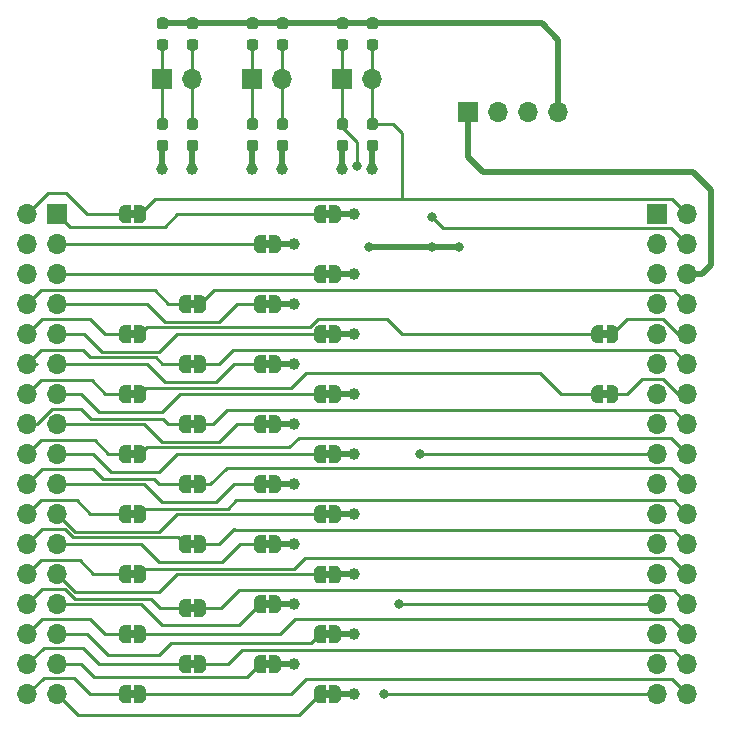
<source format=gbr>
%TF.GenerationSoftware,KiCad,Pcbnew,(5.1.9)-1*%
%TF.CreationDate,2021-04-28T20:19:28+10:00*%
%TF.ProjectId,Gotek-PS2,476f7465-6b2d-4505-9332-2e6b69636164,rev?*%
%TF.SameCoordinates,Original*%
%TF.FileFunction,Copper,L1,Top*%
%TF.FilePolarity,Positive*%
%FSLAX46Y46*%
G04 Gerber Fmt 4.6, Leading zero omitted, Abs format (unit mm)*
G04 Created by KiCad (PCBNEW (5.1.9)-1) date 2021-04-28 20:19:28*
%MOMM*%
%LPD*%
G01*
G04 APERTURE LIST*
%TA.AperFunction,EtchedComponent*%
%ADD10C,0.100000*%
%TD*%
%TA.AperFunction,SMDPad,CuDef*%
%ADD11C,0.100000*%
%TD*%
%TA.AperFunction,ComponentPad*%
%ADD12O,1.700000X1.700000*%
%TD*%
%TA.AperFunction,ComponentPad*%
%ADD13R,1.700000X1.700000*%
%TD*%
%TA.AperFunction,ViaPad*%
%ADD14C,0.800000*%
%TD*%
%TA.AperFunction,ViaPad*%
%ADD15C,1.000000*%
%TD*%
%TA.AperFunction,Conductor*%
%ADD16C,0.250000*%
%TD*%
%TA.AperFunction,Conductor*%
%ADD17C,0.500000*%
%TD*%
G04 APERTURE END LIST*
D10*
%TO.C,JP34*%
G36*
X100580000Y-107650000D02*
G01*
X100080000Y-107650000D01*
X100080000Y-108250000D01*
X100580000Y-108250000D01*
X100580000Y-107650000D01*
G37*
%TO.C,JP33*%
G36*
X100580000Y-102910000D02*
G01*
X100080000Y-102910000D01*
X100080000Y-103510000D01*
X100580000Y-103510000D01*
X100580000Y-102910000D01*
G37*
%TO.C,JP32*%
G36*
X100580000Y-97490000D02*
G01*
X100080000Y-97490000D01*
X100080000Y-98090000D01*
X100580000Y-98090000D01*
X100580000Y-97490000D01*
G37*
%TO.C,JP31*%
G36*
X100580000Y-92410000D02*
G01*
X100080000Y-92410000D01*
X100080000Y-93010000D01*
X100580000Y-93010000D01*
X100580000Y-92410000D01*
G37*
%TO.C,JP30*%
G36*
X100580000Y-87330000D02*
G01*
X100080000Y-87330000D01*
X100080000Y-87930000D01*
X100580000Y-87930000D01*
X100580000Y-87330000D01*
G37*
%TO.C,JP29*%
G36*
X100580000Y-82250000D02*
G01*
X100080000Y-82250000D01*
X100080000Y-82850000D01*
X100580000Y-82850000D01*
X100580000Y-82250000D01*
G37*
%TO.C,JP28*%
G36*
X100580000Y-77170000D02*
G01*
X100080000Y-77170000D01*
X100080000Y-77770000D01*
X100580000Y-77770000D01*
X100580000Y-77170000D01*
G37*
%TO.C,JP27*%
G36*
X95500000Y-110190000D02*
G01*
X95000000Y-110190000D01*
X95000000Y-110790000D01*
X95500000Y-110790000D01*
X95500000Y-110190000D01*
G37*
%TO.C,JP26*%
G36*
X95500000Y-105110000D02*
G01*
X95000000Y-105110000D01*
X95000000Y-105710000D01*
X95500000Y-105710000D01*
X95500000Y-105110000D01*
G37*
%TO.C,JP25*%
G36*
X95500000Y-100030000D02*
G01*
X95000000Y-100030000D01*
X95000000Y-100630000D01*
X95500000Y-100630000D01*
X95500000Y-100030000D01*
G37*
%TO.C,JP24*%
G36*
X95500000Y-94950000D02*
G01*
X95000000Y-94950000D01*
X95000000Y-95550000D01*
X95500000Y-95550000D01*
X95500000Y-94950000D01*
G37*
%TO.C,JP23*%
G36*
X95500000Y-89870000D02*
G01*
X95000000Y-89870000D01*
X95000000Y-90470000D01*
X95500000Y-90470000D01*
X95500000Y-89870000D01*
G37*
%TO.C,JP22*%
G36*
X95500000Y-84790000D02*
G01*
X95000000Y-84790000D01*
X95000000Y-85390000D01*
X95500000Y-85390000D01*
X95500000Y-84790000D01*
G37*
%TO.C,JP21*%
G36*
X95500000Y-79710000D02*
G01*
X95000000Y-79710000D01*
X95000000Y-80310000D01*
X95500000Y-80310000D01*
X95500000Y-79710000D01*
G37*
%TO.C,JP20*%
G36*
X95500000Y-69550000D02*
G01*
X95000000Y-69550000D01*
X95000000Y-70150000D01*
X95500000Y-70150000D01*
X95500000Y-69550000D01*
G37*
%TO.C,JP19*%
G36*
X111510000Y-110790000D02*
G01*
X112010000Y-110790000D01*
X112010000Y-110190000D01*
X111510000Y-110190000D01*
X111510000Y-110790000D01*
G37*
%TO.C,JP18*%
G36*
X111510000Y-105710000D02*
G01*
X112010000Y-105710000D01*
X112010000Y-105110000D01*
X111510000Y-105110000D01*
X111510000Y-105710000D01*
G37*
%TO.C,JP17*%
G36*
X111510000Y-100670000D02*
G01*
X112010000Y-100670000D01*
X112010000Y-100070000D01*
X111510000Y-100070000D01*
X111510000Y-100670000D01*
G37*
%TO.C,JP16*%
G36*
X111510000Y-95550000D02*
G01*
X112010000Y-95550000D01*
X112010000Y-94950000D01*
X111510000Y-94950000D01*
X111510000Y-95550000D01*
G37*
%TO.C,JP15*%
G36*
X111510000Y-90470000D02*
G01*
X112010000Y-90470000D01*
X112010000Y-89870000D01*
X111510000Y-89870000D01*
X111510000Y-90470000D01*
G37*
%TO.C,JP14*%
G36*
X111510000Y-85390000D02*
G01*
X112010000Y-85390000D01*
X112010000Y-84790000D01*
X111510000Y-84790000D01*
X111510000Y-85390000D01*
G37*
%TO.C,JP13*%
G36*
X111510000Y-80310000D02*
G01*
X112010000Y-80310000D01*
X112010000Y-79710000D01*
X111510000Y-79710000D01*
X111510000Y-80310000D01*
G37*
%TO.C,JP12*%
G36*
X111510000Y-75230000D02*
G01*
X112010000Y-75230000D01*
X112010000Y-74630000D01*
X111510000Y-74630000D01*
X111510000Y-75230000D01*
G37*
%TO.C,JP11*%
G36*
X111510000Y-70150000D02*
G01*
X112010000Y-70150000D01*
X112010000Y-69550000D01*
X111510000Y-69550000D01*
X111510000Y-70150000D01*
G37*
%TO.C,JP10*%
G36*
X106430000Y-108250000D02*
G01*
X106930000Y-108250000D01*
X106930000Y-107650000D01*
X106430000Y-107650000D01*
X106430000Y-108250000D01*
G37*
%TO.C,JP9*%
G36*
X106430000Y-103170000D02*
G01*
X106930000Y-103170000D01*
X106930000Y-102570000D01*
X106430000Y-102570000D01*
X106430000Y-103170000D01*
G37*
%TO.C,JP8*%
G36*
X106430000Y-98090000D02*
G01*
X106930000Y-98090000D01*
X106930000Y-97490000D01*
X106430000Y-97490000D01*
X106430000Y-98090000D01*
G37*
%TO.C,JP7*%
G36*
X106430000Y-93010000D02*
G01*
X106930000Y-93010000D01*
X106930000Y-92410000D01*
X106430000Y-92410000D01*
X106430000Y-93010000D01*
G37*
%TO.C,JP6*%
G36*
X106430000Y-87930000D02*
G01*
X106930000Y-87930000D01*
X106930000Y-87330000D01*
X106430000Y-87330000D01*
X106430000Y-87930000D01*
G37*
%TO.C,JP5*%
G36*
X106430000Y-82850000D02*
G01*
X106930000Y-82850000D01*
X106930000Y-82250000D01*
X106430000Y-82250000D01*
X106430000Y-82850000D01*
G37*
%TO.C,JP4*%
G36*
X106430000Y-77770000D02*
G01*
X106930000Y-77770000D01*
X106930000Y-77170000D01*
X106430000Y-77170000D01*
X106430000Y-77770000D01*
G37*
%TO.C,JP3*%
G36*
X106430000Y-72690000D02*
G01*
X106930000Y-72690000D01*
X106930000Y-72090000D01*
X106430000Y-72090000D01*
X106430000Y-72690000D01*
G37*
%TO.C,JP2*%
G36*
X134990000Y-85390000D02*
G01*
X135490000Y-85390000D01*
X135490000Y-84790000D01*
X134990000Y-84790000D01*
X134990000Y-85390000D01*
G37*
%TO.C,JP1*%
G36*
X134990000Y-80310000D02*
G01*
X135490000Y-80310000D01*
X135490000Y-79710000D01*
X134990000Y-79710000D01*
X134990000Y-80310000D01*
G37*
%TD*%
%TO.P,R12,2*%
%TO.N,GND*%
%TA.AperFunction,SMDPad,CuDef*%
G36*
G01*
X107712500Y-63567500D02*
X108187500Y-63567500D01*
G75*
G02*
X108425000Y-63805000I0J-237500D01*
G01*
X108425000Y-64305000D01*
G75*
G02*
X108187500Y-64542500I-237500J0D01*
G01*
X107712500Y-64542500D01*
G75*
G02*
X107475000Y-64305000I0J237500D01*
G01*
X107475000Y-63805000D01*
G75*
G02*
X107712500Y-63567500I237500J0D01*
G01*
G37*
%TD.AperFunction*%
%TO.P,R12,1*%
%TO.N,Net-(J2-Pad2)*%
%TA.AperFunction,SMDPad,CuDef*%
G36*
G01*
X107712500Y-61742500D02*
X108187500Y-61742500D01*
G75*
G02*
X108425000Y-61980000I0J-237500D01*
G01*
X108425000Y-62480000D01*
G75*
G02*
X108187500Y-62717500I-237500J0D01*
G01*
X107712500Y-62717500D01*
G75*
G02*
X107475000Y-62480000I0J237500D01*
G01*
X107475000Y-61980000D01*
G75*
G02*
X107712500Y-61742500I237500J0D01*
G01*
G37*
%TD.AperFunction*%
%TD*%
%TO.P,R11,2*%
%TO.N,Net-(J2-Pad2)*%
%TA.AperFunction,SMDPad,CuDef*%
G36*
G01*
X107712500Y-55035000D02*
X108187500Y-55035000D01*
G75*
G02*
X108425000Y-55272500I0J-237500D01*
G01*
X108425000Y-55772500D01*
G75*
G02*
X108187500Y-56010000I-237500J0D01*
G01*
X107712500Y-56010000D01*
G75*
G02*
X107475000Y-55772500I0J237500D01*
G01*
X107475000Y-55272500D01*
G75*
G02*
X107712500Y-55035000I237500J0D01*
G01*
G37*
%TD.AperFunction*%
%TO.P,R11,1*%
%TO.N,+5V*%
%TA.AperFunction,SMDPad,CuDef*%
G36*
G01*
X107712500Y-53210000D02*
X108187500Y-53210000D01*
G75*
G02*
X108425000Y-53447500I0J-237500D01*
G01*
X108425000Y-53947500D01*
G75*
G02*
X108187500Y-54185000I-237500J0D01*
G01*
X107712500Y-54185000D01*
G75*
G02*
X107475000Y-53947500I0J237500D01*
G01*
X107475000Y-53447500D01*
G75*
G02*
X107712500Y-53210000I237500J0D01*
G01*
G37*
%TD.AperFunction*%
%TD*%
%TO.P,R10,2*%
%TO.N,GND*%
%TA.AperFunction,SMDPad,CuDef*%
G36*
G01*
X105172500Y-63567500D02*
X105647500Y-63567500D01*
G75*
G02*
X105885000Y-63805000I0J-237500D01*
G01*
X105885000Y-64305000D01*
G75*
G02*
X105647500Y-64542500I-237500J0D01*
G01*
X105172500Y-64542500D01*
G75*
G02*
X104935000Y-64305000I0J237500D01*
G01*
X104935000Y-63805000D01*
G75*
G02*
X105172500Y-63567500I237500J0D01*
G01*
G37*
%TD.AperFunction*%
%TO.P,R10,1*%
%TO.N,Net-(J2-Pad1)*%
%TA.AperFunction,SMDPad,CuDef*%
G36*
G01*
X105172500Y-61742500D02*
X105647500Y-61742500D01*
G75*
G02*
X105885000Y-61980000I0J-237500D01*
G01*
X105885000Y-62480000D01*
G75*
G02*
X105647500Y-62717500I-237500J0D01*
G01*
X105172500Y-62717500D01*
G75*
G02*
X104935000Y-62480000I0J237500D01*
G01*
X104935000Y-61980000D01*
G75*
G02*
X105172500Y-61742500I237500J0D01*
G01*
G37*
%TD.AperFunction*%
%TD*%
%TO.P,R9,2*%
%TO.N,Net-(J2-Pad1)*%
%TA.AperFunction,SMDPad,CuDef*%
G36*
G01*
X105172500Y-55035000D02*
X105647500Y-55035000D01*
G75*
G02*
X105885000Y-55272500I0J-237500D01*
G01*
X105885000Y-55772500D01*
G75*
G02*
X105647500Y-56010000I-237500J0D01*
G01*
X105172500Y-56010000D01*
G75*
G02*
X104935000Y-55772500I0J237500D01*
G01*
X104935000Y-55272500D01*
G75*
G02*
X105172500Y-55035000I237500J0D01*
G01*
G37*
%TD.AperFunction*%
%TO.P,R9,1*%
%TO.N,+5V*%
%TA.AperFunction,SMDPad,CuDef*%
G36*
G01*
X105172500Y-53210000D02*
X105647500Y-53210000D01*
G75*
G02*
X105885000Y-53447500I0J-237500D01*
G01*
X105885000Y-53947500D01*
G75*
G02*
X105647500Y-54185000I-237500J0D01*
G01*
X105172500Y-54185000D01*
G75*
G02*
X104935000Y-53947500I0J237500D01*
G01*
X104935000Y-53447500D01*
G75*
G02*
X105172500Y-53210000I237500J0D01*
G01*
G37*
%TD.AperFunction*%
%TD*%
%TO.P,R8,2*%
%TO.N,GND*%
%TA.AperFunction,SMDPad,CuDef*%
G36*
G01*
X115332500Y-63567500D02*
X115807500Y-63567500D01*
G75*
G02*
X116045000Y-63805000I0J-237500D01*
G01*
X116045000Y-64305000D01*
G75*
G02*
X115807500Y-64542500I-237500J0D01*
G01*
X115332500Y-64542500D01*
G75*
G02*
X115095000Y-64305000I0J237500D01*
G01*
X115095000Y-63805000D01*
G75*
G02*
X115332500Y-63567500I237500J0D01*
G01*
G37*
%TD.AperFunction*%
%TO.P,R8,1*%
%TO.N,/Density*%
%TA.AperFunction,SMDPad,CuDef*%
G36*
G01*
X115332500Y-61742500D02*
X115807500Y-61742500D01*
G75*
G02*
X116045000Y-61980000I0J-237500D01*
G01*
X116045000Y-62480000D01*
G75*
G02*
X115807500Y-62717500I-237500J0D01*
G01*
X115332500Y-62717500D01*
G75*
G02*
X115095000Y-62480000I0J237500D01*
G01*
X115095000Y-61980000D01*
G75*
G02*
X115332500Y-61742500I237500J0D01*
G01*
G37*
%TD.AperFunction*%
%TD*%
%TO.P,R7,2*%
%TO.N,/Density*%
%TA.AperFunction,SMDPad,CuDef*%
G36*
G01*
X115332500Y-55035000D02*
X115807500Y-55035000D01*
G75*
G02*
X116045000Y-55272500I0J-237500D01*
G01*
X116045000Y-55772500D01*
G75*
G02*
X115807500Y-56010000I-237500J0D01*
G01*
X115332500Y-56010000D01*
G75*
G02*
X115095000Y-55772500I0J237500D01*
G01*
X115095000Y-55272500D01*
G75*
G02*
X115332500Y-55035000I237500J0D01*
G01*
G37*
%TD.AperFunction*%
%TO.P,R7,1*%
%TO.N,+5V*%
%TA.AperFunction,SMDPad,CuDef*%
G36*
G01*
X115332500Y-53210000D02*
X115807500Y-53210000D01*
G75*
G02*
X116045000Y-53447500I0J-237500D01*
G01*
X116045000Y-53947500D01*
G75*
G02*
X115807500Y-54185000I-237500J0D01*
G01*
X115332500Y-54185000D01*
G75*
G02*
X115095000Y-53947500I0J237500D01*
G01*
X115095000Y-53447500D01*
G75*
G02*
X115332500Y-53210000I237500J0D01*
G01*
G37*
%TD.AperFunction*%
%TD*%
%TO.P,R6,2*%
%TO.N,GND*%
%TA.AperFunction,SMDPad,CuDef*%
G36*
G01*
X100092500Y-63567500D02*
X100567500Y-63567500D01*
G75*
G02*
X100805000Y-63805000I0J-237500D01*
G01*
X100805000Y-64305000D01*
G75*
G02*
X100567500Y-64542500I-237500J0D01*
G01*
X100092500Y-64542500D01*
G75*
G02*
X99855000Y-64305000I0J237500D01*
G01*
X99855000Y-63805000D01*
G75*
G02*
X100092500Y-63567500I237500J0D01*
G01*
G37*
%TD.AperFunction*%
%TO.P,R6,1*%
%TO.N,Net-(J1-Pad2)*%
%TA.AperFunction,SMDPad,CuDef*%
G36*
G01*
X100092500Y-61742500D02*
X100567500Y-61742500D01*
G75*
G02*
X100805000Y-61980000I0J-237500D01*
G01*
X100805000Y-62480000D01*
G75*
G02*
X100567500Y-62717500I-237500J0D01*
G01*
X100092500Y-62717500D01*
G75*
G02*
X99855000Y-62480000I0J237500D01*
G01*
X99855000Y-61980000D01*
G75*
G02*
X100092500Y-61742500I237500J0D01*
G01*
G37*
%TD.AperFunction*%
%TD*%
%TO.P,R5,2*%
%TO.N,Net-(J1-Pad2)*%
%TA.AperFunction,SMDPad,CuDef*%
G36*
G01*
X100092500Y-55035000D02*
X100567500Y-55035000D01*
G75*
G02*
X100805000Y-55272500I0J-237500D01*
G01*
X100805000Y-55772500D01*
G75*
G02*
X100567500Y-56010000I-237500J0D01*
G01*
X100092500Y-56010000D01*
G75*
G02*
X99855000Y-55772500I0J237500D01*
G01*
X99855000Y-55272500D01*
G75*
G02*
X100092500Y-55035000I237500J0D01*
G01*
G37*
%TD.AperFunction*%
%TO.P,R5,1*%
%TO.N,+5V*%
%TA.AperFunction,SMDPad,CuDef*%
G36*
G01*
X100092500Y-53210000D02*
X100567500Y-53210000D01*
G75*
G02*
X100805000Y-53447500I0J-237500D01*
G01*
X100805000Y-53947500D01*
G75*
G02*
X100567500Y-54185000I-237500J0D01*
G01*
X100092500Y-54185000D01*
G75*
G02*
X99855000Y-53947500I0J237500D01*
G01*
X99855000Y-53447500D01*
G75*
G02*
X100092500Y-53210000I237500J0D01*
G01*
G37*
%TD.AperFunction*%
%TD*%
%TO.P,R4,2*%
%TO.N,GND*%
%TA.AperFunction,SMDPad,CuDef*%
G36*
G01*
X112792500Y-63567500D02*
X113267500Y-63567500D01*
G75*
G02*
X113505000Y-63805000I0J-237500D01*
G01*
X113505000Y-64305000D01*
G75*
G02*
X113267500Y-64542500I-237500J0D01*
G01*
X112792500Y-64542500D01*
G75*
G02*
X112555000Y-64305000I0J237500D01*
G01*
X112555000Y-63805000D01*
G75*
G02*
X112792500Y-63567500I237500J0D01*
G01*
G37*
%TD.AperFunction*%
%TO.P,R4,1*%
%TO.N,Net-(J3-Pad1)*%
%TA.AperFunction,SMDPad,CuDef*%
G36*
G01*
X112792500Y-61742500D02*
X113267500Y-61742500D01*
G75*
G02*
X113505000Y-61980000I0J-237500D01*
G01*
X113505000Y-62480000D01*
G75*
G02*
X113267500Y-62717500I-237500J0D01*
G01*
X112792500Y-62717500D01*
G75*
G02*
X112555000Y-62480000I0J237500D01*
G01*
X112555000Y-61980000D01*
G75*
G02*
X112792500Y-61742500I237500J0D01*
G01*
G37*
%TD.AperFunction*%
%TD*%
%TO.P,R3,2*%
%TO.N,Net-(J3-Pad1)*%
%TA.AperFunction,SMDPad,CuDef*%
G36*
G01*
X112792500Y-55035000D02*
X113267500Y-55035000D01*
G75*
G02*
X113505000Y-55272500I0J-237500D01*
G01*
X113505000Y-55772500D01*
G75*
G02*
X113267500Y-56010000I-237500J0D01*
G01*
X112792500Y-56010000D01*
G75*
G02*
X112555000Y-55772500I0J237500D01*
G01*
X112555000Y-55272500D01*
G75*
G02*
X112792500Y-55035000I237500J0D01*
G01*
G37*
%TD.AperFunction*%
%TO.P,R3,1*%
%TO.N,+5V*%
%TA.AperFunction,SMDPad,CuDef*%
G36*
G01*
X112792500Y-53210000D02*
X113267500Y-53210000D01*
G75*
G02*
X113505000Y-53447500I0J-237500D01*
G01*
X113505000Y-53947500D01*
G75*
G02*
X113267500Y-54185000I-237500J0D01*
G01*
X112792500Y-54185000D01*
G75*
G02*
X112555000Y-53947500I0J237500D01*
G01*
X112555000Y-53447500D01*
G75*
G02*
X112792500Y-53210000I237500J0D01*
G01*
G37*
%TD.AperFunction*%
%TD*%
%TO.P,R2,2*%
%TO.N,GND*%
%TA.AperFunction,SMDPad,CuDef*%
G36*
G01*
X97552500Y-63567500D02*
X98027500Y-63567500D01*
G75*
G02*
X98265000Y-63805000I0J-237500D01*
G01*
X98265000Y-64305000D01*
G75*
G02*
X98027500Y-64542500I-237500J0D01*
G01*
X97552500Y-64542500D01*
G75*
G02*
X97315000Y-64305000I0J237500D01*
G01*
X97315000Y-63805000D01*
G75*
G02*
X97552500Y-63567500I237500J0D01*
G01*
G37*
%TD.AperFunction*%
%TO.P,R2,1*%
%TO.N,Net-(J1-Pad1)*%
%TA.AperFunction,SMDPad,CuDef*%
G36*
G01*
X97552500Y-61742500D02*
X98027500Y-61742500D01*
G75*
G02*
X98265000Y-61980000I0J-237500D01*
G01*
X98265000Y-62480000D01*
G75*
G02*
X98027500Y-62717500I-237500J0D01*
G01*
X97552500Y-62717500D01*
G75*
G02*
X97315000Y-62480000I0J237500D01*
G01*
X97315000Y-61980000D01*
G75*
G02*
X97552500Y-61742500I237500J0D01*
G01*
G37*
%TD.AperFunction*%
%TD*%
%TO.P,R1,2*%
%TO.N,Net-(J1-Pad1)*%
%TA.AperFunction,SMDPad,CuDef*%
G36*
G01*
X97552500Y-55035000D02*
X98027500Y-55035000D01*
G75*
G02*
X98265000Y-55272500I0J-237500D01*
G01*
X98265000Y-55772500D01*
G75*
G02*
X98027500Y-56010000I-237500J0D01*
G01*
X97552500Y-56010000D01*
G75*
G02*
X97315000Y-55772500I0J237500D01*
G01*
X97315000Y-55272500D01*
G75*
G02*
X97552500Y-55035000I237500J0D01*
G01*
G37*
%TD.AperFunction*%
%TO.P,R1,1*%
%TO.N,+5V*%
%TA.AperFunction,SMDPad,CuDef*%
G36*
G01*
X97552500Y-53210000D02*
X98027500Y-53210000D01*
G75*
G02*
X98265000Y-53447500I0J-237500D01*
G01*
X98265000Y-53947500D01*
G75*
G02*
X98027500Y-54185000I-237500J0D01*
G01*
X97552500Y-54185000D01*
G75*
G02*
X97315000Y-53947500I0J237500D01*
G01*
X97315000Y-53447500D01*
G75*
G02*
X97552500Y-53210000I237500J0D01*
G01*
G37*
%TD.AperFunction*%
%TD*%
%TA.AperFunction,SMDPad,CuDef*%
D11*
%TO.P,JP34,1*%
%TO.N,Net-(J5-Pad32)*%
G36*
X100180000Y-108700000D02*
G01*
X99680000Y-108700000D01*
X99680000Y-108699398D01*
X99655466Y-108699398D01*
X99606635Y-108694588D01*
X99558510Y-108685016D01*
X99511555Y-108670772D01*
X99466222Y-108651995D01*
X99422949Y-108628864D01*
X99382150Y-108601604D01*
X99344221Y-108570476D01*
X99309524Y-108535779D01*
X99278396Y-108497850D01*
X99251136Y-108457051D01*
X99228005Y-108413778D01*
X99209228Y-108368445D01*
X99194984Y-108321490D01*
X99185412Y-108273365D01*
X99180602Y-108224534D01*
X99180602Y-108200000D01*
X99180000Y-108200000D01*
X99180000Y-107700000D01*
X99180602Y-107700000D01*
X99180602Y-107675466D01*
X99185412Y-107626635D01*
X99194984Y-107578510D01*
X99209228Y-107531555D01*
X99228005Y-107486222D01*
X99251136Y-107442949D01*
X99278396Y-107402150D01*
X99309524Y-107364221D01*
X99344221Y-107329524D01*
X99382150Y-107298396D01*
X99422949Y-107271136D01*
X99466222Y-107248005D01*
X99511555Y-107229228D01*
X99558510Y-107214984D01*
X99606635Y-107205412D01*
X99655466Y-107200602D01*
X99680000Y-107200602D01*
X99680000Y-107200000D01*
X100180000Y-107200000D01*
X100180000Y-108700000D01*
G37*
%TD.AperFunction*%
%TA.AperFunction,SMDPad,CuDef*%
%TO.P,JP34,2*%
%TO.N,/Side1*%
G36*
X100980000Y-107200602D02*
G01*
X101004534Y-107200602D01*
X101053365Y-107205412D01*
X101101490Y-107214984D01*
X101148445Y-107229228D01*
X101193778Y-107248005D01*
X101237051Y-107271136D01*
X101277850Y-107298396D01*
X101315779Y-107329524D01*
X101350476Y-107364221D01*
X101381604Y-107402150D01*
X101408864Y-107442949D01*
X101431995Y-107486222D01*
X101450772Y-107531555D01*
X101465016Y-107578510D01*
X101474588Y-107626635D01*
X101479398Y-107675466D01*
X101479398Y-107700000D01*
X101480000Y-107700000D01*
X101480000Y-108200000D01*
X101479398Y-108200000D01*
X101479398Y-108224534D01*
X101474588Y-108273365D01*
X101465016Y-108321490D01*
X101450772Y-108368445D01*
X101431995Y-108413778D01*
X101408864Y-108457051D01*
X101381604Y-108497850D01*
X101350476Y-108535779D01*
X101315779Y-108570476D01*
X101277850Y-108601604D01*
X101237051Y-108628864D01*
X101193778Y-108651995D01*
X101148445Y-108670772D01*
X101101490Y-108685016D01*
X101053365Y-108694588D01*
X101004534Y-108699398D01*
X100980000Y-108699398D01*
X100980000Y-108700000D01*
X100480000Y-108700000D01*
X100480000Y-107200000D01*
X100980000Y-107200000D01*
X100980000Y-107200602D01*
G37*
%TD.AperFunction*%
%TD*%
%TA.AperFunction,SMDPad,CuDef*%
%TO.P,JP33,1*%
%TO.N,Net-(J5-Pad28)*%
G36*
X100180000Y-103960000D02*
G01*
X99680000Y-103960000D01*
X99680000Y-103959398D01*
X99655466Y-103959398D01*
X99606635Y-103954588D01*
X99558510Y-103945016D01*
X99511555Y-103930772D01*
X99466222Y-103911995D01*
X99422949Y-103888864D01*
X99382150Y-103861604D01*
X99344221Y-103830476D01*
X99309524Y-103795779D01*
X99278396Y-103757850D01*
X99251136Y-103717051D01*
X99228005Y-103673778D01*
X99209228Y-103628445D01*
X99194984Y-103581490D01*
X99185412Y-103533365D01*
X99180602Y-103484534D01*
X99180602Y-103460000D01*
X99180000Y-103460000D01*
X99180000Y-102960000D01*
X99180602Y-102960000D01*
X99180602Y-102935466D01*
X99185412Y-102886635D01*
X99194984Y-102838510D01*
X99209228Y-102791555D01*
X99228005Y-102746222D01*
X99251136Y-102702949D01*
X99278396Y-102662150D01*
X99309524Y-102624221D01*
X99344221Y-102589524D01*
X99382150Y-102558396D01*
X99422949Y-102531136D01*
X99466222Y-102508005D01*
X99511555Y-102489228D01*
X99558510Y-102474984D01*
X99606635Y-102465412D01*
X99655466Y-102460602D01*
X99680000Y-102460602D01*
X99680000Y-102460000D01*
X100180000Y-102460000D01*
X100180000Y-103960000D01*
G37*
%TD.AperFunction*%
%TA.AperFunction,SMDPad,CuDef*%
%TO.P,JP33,2*%
%TO.N,/WPT*%
G36*
X100980000Y-102460602D02*
G01*
X101004534Y-102460602D01*
X101053365Y-102465412D01*
X101101490Y-102474984D01*
X101148445Y-102489228D01*
X101193778Y-102508005D01*
X101237051Y-102531136D01*
X101277850Y-102558396D01*
X101315779Y-102589524D01*
X101350476Y-102624221D01*
X101381604Y-102662150D01*
X101408864Y-102702949D01*
X101431995Y-102746222D01*
X101450772Y-102791555D01*
X101465016Y-102838510D01*
X101474588Y-102886635D01*
X101479398Y-102935466D01*
X101479398Y-102960000D01*
X101480000Y-102960000D01*
X101480000Y-103460000D01*
X101479398Y-103460000D01*
X101479398Y-103484534D01*
X101474588Y-103533365D01*
X101465016Y-103581490D01*
X101450772Y-103628445D01*
X101431995Y-103673778D01*
X101408864Y-103717051D01*
X101381604Y-103757850D01*
X101350476Y-103795779D01*
X101315779Y-103830476D01*
X101277850Y-103861604D01*
X101237051Y-103888864D01*
X101193778Y-103911995D01*
X101148445Y-103930772D01*
X101101490Y-103945016D01*
X101053365Y-103954588D01*
X101004534Y-103959398D01*
X100980000Y-103959398D01*
X100980000Y-103960000D01*
X100480000Y-103960000D01*
X100480000Y-102460000D01*
X100980000Y-102460000D01*
X100980000Y-102460602D01*
G37*
%TD.AperFunction*%
%TD*%
%TA.AperFunction,SMDPad,CuDef*%
%TO.P,JP32,1*%
%TO.N,Net-(J5-Pad24)*%
G36*
X100180000Y-98540000D02*
G01*
X99680000Y-98540000D01*
X99680000Y-98539398D01*
X99655466Y-98539398D01*
X99606635Y-98534588D01*
X99558510Y-98525016D01*
X99511555Y-98510772D01*
X99466222Y-98491995D01*
X99422949Y-98468864D01*
X99382150Y-98441604D01*
X99344221Y-98410476D01*
X99309524Y-98375779D01*
X99278396Y-98337850D01*
X99251136Y-98297051D01*
X99228005Y-98253778D01*
X99209228Y-98208445D01*
X99194984Y-98161490D01*
X99185412Y-98113365D01*
X99180602Y-98064534D01*
X99180602Y-98040000D01*
X99180000Y-98040000D01*
X99180000Y-97540000D01*
X99180602Y-97540000D01*
X99180602Y-97515466D01*
X99185412Y-97466635D01*
X99194984Y-97418510D01*
X99209228Y-97371555D01*
X99228005Y-97326222D01*
X99251136Y-97282949D01*
X99278396Y-97242150D01*
X99309524Y-97204221D01*
X99344221Y-97169524D01*
X99382150Y-97138396D01*
X99422949Y-97111136D01*
X99466222Y-97088005D01*
X99511555Y-97069228D01*
X99558510Y-97054984D01*
X99606635Y-97045412D01*
X99655466Y-97040602D01*
X99680000Y-97040602D01*
X99680000Y-97040000D01*
X100180000Y-97040000D01*
X100180000Y-98540000D01*
G37*
%TD.AperFunction*%
%TA.AperFunction,SMDPad,CuDef*%
%TO.P,JP32,2*%
%TO.N,/WEn*%
G36*
X100980000Y-97040602D02*
G01*
X101004534Y-97040602D01*
X101053365Y-97045412D01*
X101101490Y-97054984D01*
X101148445Y-97069228D01*
X101193778Y-97088005D01*
X101237051Y-97111136D01*
X101277850Y-97138396D01*
X101315779Y-97169524D01*
X101350476Y-97204221D01*
X101381604Y-97242150D01*
X101408864Y-97282949D01*
X101431995Y-97326222D01*
X101450772Y-97371555D01*
X101465016Y-97418510D01*
X101474588Y-97466635D01*
X101479398Y-97515466D01*
X101479398Y-97540000D01*
X101480000Y-97540000D01*
X101480000Y-98040000D01*
X101479398Y-98040000D01*
X101479398Y-98064534D01*
X101474588Y-98113365D01*
X101465016Y-98161490D01*
X101450772Y-98208445D01*
X101431995Y-98253778D01*
X101408864Y-98297051D01*
X101381604Y-98337850D01*
X101350476Y-98375779D01*
X101315779Y-98410476D01*
X101277850Y-98441604D01*
X101237051Y-98468864D01*
X101193778Y-98491995D01*
X101148445Y-98510772D01*
X101101490Y-98525016D01*
X101053365Y-98534588D01*
X101004534Y-98539398D01*
X100980000Y-98539398D01*
X100980000Y-98540000D01*
X100480000Y-98540000D01*
X100480000Y-97040000D01*
X100980000Y-97040000D01*
X100980000Y-97040602D01*
G37*
%TD.AperFunction*%
%TD*%
%TA.AperFunction,SMDPad,CuDef*%
%TO.P,JP31,1*%
%TO.N,Net-(J5-Pad20)*%
G36*
X100180000Y-93460000D02*
G01*
X99680000Y-93460000D01*
X99680000Y-93459398D01*
X99655466Y-93459398D01*
X99606635Y-93454588D01*
X99558510Y-93445016D01*
X99511555Y-93430772D01*
X99466222Y-93411995D01*
X99422949Y-93388864D01*
X99382150Y-93361604D01*
X99344221Y-93330476D01*
X99309524Y-93295779D01*
X99278396Y-93257850D01*
X99251136Y-93217051D01*
X99228005Y-93173778D01*
X99209228Y-93128445D01*
X99194984Y-93081490D01*
X99185412Y-93033365D01*
X99180602Y-92984534D01*
X99180602Y-92960000D01*
X99180000Y-92960000D01*
X99180000Y-92460000D01*
X99180602Y-92460000D01*
X99180602Y-92435466D01*
X99185412Y-92386635D01*
X99194984Y-92338510D01*
X99209228Y-92291555D01*
X99228005Y-92246222D01*
X99251136Y-92202949D01*
X99278396Y-92162150D01*
X99309524Y-92124221D01*
X99344221Y-92089524D01*
X99382150Y-92058396D01*
X99422949Y-92031136D01*
X99466222Y-92008005D01*
X99511555Y-91989228D01*
X99558510Y-91974984D01*
X99606635Y-91965412D01*
X99655466Y-91960602D01*
X99680000Y-91960602D01*
X99680000Y-91960000D01*
X100180000Y-91960000D01*
X100180000Y-93460000D01*
G37*
%TD.AperFunction*%
%TA.AperFunction,SMDPad,CuDef*%
%TO.P,JP31,2*%
%TO.N,/Step*%
G36*
X100980000Y-91960602D02*
G01*
X101004534Y-91960602D01*
X101053365Y-91965412D01*
X101101490Y-91974984D01*
X101148445Y-91989228D01*
X101193778Y-92008005D01*
X101237051Y-92031136D01*
X101277850Y-92058396D01*
X101315779Y-92089524D01*
X101350476Y-92124221D01*
X101381604Y-92162150D01*
X101408864Y-92202949D01*
X101431995Y-92246222D01*
X101450772Y-92291555D01*
X101465016Y-92338510D01*
X101474588Y-92386635D01*
X101479398Y-92435466D01*
X101479398Y-92460000D01*
X101480000Y-92460000D01*
X101480000Y-92960000D01*
X101479398Y-92960000D01*
X101479398Y-92984534D01*
X101474588Y-93033365D01*
X101465016Y-93081490D01*
X101450772Y-93128445D01*
X101431995Y-93173778D01*
X101408864Y-93217051D01*
X101381604Y-93257850D01*
X101350476Y-93295779D01*
X101315779Y-93330476D01*
X101277850Y-93361604D01*
X101237051Y-93388864D01*
X101193778Y-93411995D01*
X101148445Y-93430772D01*
X101101490Y-93445016D01*
X101053365Y-93454588D01*
X101004534Y-93459398D01*
X100980000Y-93459398D01*
X100980000Y-93460000D01*
X100480000Y-93460000D01*
X100480000Y-91960000D01*
X100980000Y-91960000D01*
X100980000Y-91960602D01*
G37*
%TD.AperFunction*%
%TD*%
%TA.AperFunction,SMDPad,CuDef*%
%TO.P,JP30,1*%
%TO.N,Net-(J5-Pad16)*%
G36*
X100180000Y-88380000D02*
G01*
X99680000Y-88380000D01*
X99680000Y-88379398D01*
X99655466Y-88379398D01*
X99606635Y-88374588D01*
X99558510Y-88365016D01*
X99511555Y-88350772D01*
X99466222Y-88331995D01*
X99422949Y-88308864D01*
X99382150Y-88281604D01*
X99344221Y-88250476D01*
X99309524Y-88215779D01*
X99278396Y-88177850D01*
X99251136Y-88137051D01*
X99228005Y-88093778D01*
X99209228Y-88048445D01*
X99194984Y-88001490D01*
X99185412Y-87953365D01*
X99180602Y-87904534D01*
X99180602Y-87880000D01*
X99180000Y-87880000D01*
X99180000Y-87380000D01*
X99180602Y-87380000D01*
X99180602Y-87355466D01*
X99185412Y-87306635D01*
X99194984Y-87258510D01*
X99209228Y-87211555D01*
X99228005Y-87166222D01*
X99251136Y-87122949D01*
X99278396Y-87082150D01*
X99309524Y-87044221D01*
X99344221Y-87009524D01*
X99382150Y-86978396D01*
X99422949Y-86951136D01*
X99466222Y-86928005D01*
X99511555Y-86909228D01*
X99558510Y-86894984D01*
X99606635Y-86885412D01*
X99655466Y-86880602D01*
X99680000Y-86880602D01*
X99680000Y-86880000D01*
X100180000Y-86880000D01*
X100180000Y-88380000D01*
G37*
%TD.AperFunction*%
%TA.AperFunction,SMDPad,CuDef*%
%TO.P,JP30,2*%
%TO.N,/MotorB*%
G36*
X100980000Y-86880602D02*
G01*
X101004534Y-86880602D01*
X101053365Y-86885412D01*
X101101490Y-86894984D01*
X101148445Y-86909228D01*
X101193778Y-86928005D01*
X101237051Y-86951136D01*
X101277850Y-86978396D01*
X101315779Y-87009524D01*
X101350476Y-87044221D01*
X101381604Y-87082150D01*
X101408864Y-87122949D01*
X101431995Y-87166222D01*
X101450772Y-87211555D01*
X101465016Y-87258510D01*
X101474588Y-87306635D01*
X101479398Y-87355466D01*
X101479398Y-87380000D01*
X101480000Y-87380000D01*
X101480000Y-87880000D01*
X101479398Y-87880000D01*
X101479398Y-87904534D01*
X101474588Y-87953365D01*
X101465016Y-88001490D01*
X101450772Y-88048445D01*
X101431995Y-88093778D01*
X101408864Y-88137051D01*
X101381604Y-88177850D01*
X101350476Y-88215779D01*
X101315779Y-88250476D01*
X101277850Y-88281604D01*
X101237051Y-88308864D01*
X101193778Y-88331995D01*
X101148445Y-88350772D01*
X101101490Y-88365016D01*
X101053365Y-88374588D01*
X101004534Y-88379398D01*
X100980000Y-88379398D01*
X100980000Y-88380000D01*
X100480000Y-88380000D01*
X100480000Y-86880000D01*
X100980000Y-86880000D01*
X100980000Y-86880602D01*
G37*
%TD.AperFunction*%
%TD*%
%TA.AperFunction,SMDPad,CuDef*%
%TO.P,JP29,1*%
%TO.N,Net-(J5-Pad12)*%
G36*
X100180000Y-83300000D02*
G01*
X99680000Y-83300000D01*
X99680000Y-83299398D01*
X99655466Y-83299398D01*
X99606635Y-83294588D01*
X99558510Y-83285016D01*
X99511555Y-83270772D01*
X99466222Y-83251995D01*
X99422949Y-83228864D01*
X99382150Y-83201604D01*
X99344221Y-83170476D01*
X99309524Y-83135779D01*
X99278396Y-83097850D01*
X99251136Y-83057051D01*
X99228005Y-83013778D01*
X99209228Y-82968445D01*
X99194984Y-82921490D01*
X99185412Y-82873365D01*
X99180602Y-82824534D01*
X99180602Y-82800000D01*
X99180000Y-82800000D01*
X99180000Y-82300000D01*
X99180602Y-82300000D01*
X99180602Y-82275466D01*
X99185412Y-82226635D01*
X99194984Y-82178510D01*
X99209228Y-82131555D01*
X99228005Y-82086222D01*
X99251136Y-82042949D01*
X99278396Y-82002150D01*
X99309524Y-81964221D01*
X99344221Y-81929524D01*
X99382150Y-81898396D01*
X99422949Y-81871136D01*
X99466222Y-81848005D01*
X99511555Y-81829228D01*
X99558510Y-81814984D01*
X99606635Y-81805412D01*
X99655466Y-81800602D01*
X99680000Y-81800602D01*
X99680000Y-81800000D01*
X100180000Y-81800000D01*
X100180000Y-83300000D01*
G37*
%TD.AperFunction*%
%TA.AperFunction,SMDPad,CuDef*%
%TO.P,JP29,2*%
%TO.N,/SelB*%
G36*
X100980000Y-81800602D02*
G01*
X101004534Y-81800602D01*
X101053365Y-81805412D01*
X101101490Y-81814984D01*
X101148445Y-81829228D01*
X101193778Y-81848005D01*
X101237051Y-81871136D01*
X101277850Y-81898396D01*
X101315779Y-81929524D01*
X101350476Y-81964221D01*
X101381604Y-82002150D01*
X101408864Y-82042949D01*
X101431995Y-82086222D01*
X101450772Y-82131555D01*
X101465016Y-82178510D01*
X101474588Y-82226635D01*
X101479398Y-82275466D01*
X101479398Y-82300000D01*
X101480000Y-82300000D01*
X101480000Y-82800000D01*
X101479398Y-82800000D01*
X101479398Y-82824534D01*
X101474588Y-82873365D01*
X101465016Y-82921490D01*
X101450772Y-82968445D01*
X101431995Y-83013778D01*
X101408864Y-83057051D01*
X101381604Y-83097850D01*
X101350476Y-83135779D01*
X101315779Y-83170476D01*
X101277850Y-83201604D01*
X101237051Y-83228864D01*
X101193778Y-83251995D01*
X101148445Y-83270772D01*
X101101490Y-83285016D01*
X101053365Y-83294588D01*
X101004534Y-83299398D01*
X100980000Y-83299398D01*
X100980000Y-83300000D01*
X100480000Y-83300000D01*
X100480000Y-81800000D01*
X100980000Y-81800000D01*
X100980000Y-81800602D01*
G37*
%TD.AperFunction*%
%TD*%
%TA.AperFunction,SMDPad,CuDef*%
%TO.P,JP28,1*%
%TO.N,Net-(J5-Pad8)*%
G36*
X100180000Y-78220000D02*
G01*
X99680000Y-78220000D01*
X99680000Y-78219398D01*
X99655466Y-78219398D01*
X99606635Y-78214588D01*
X99558510Y-78205016D01*
X99511555Y-78190772D01*
X99466222Y-78171995D01*
X99422949Y-78148864D01*
X99382150Y-78121604D01*
X99344221Y-78090476D01*
X99309524Y-78055779D01*
X99278396Y-78017850D01*
X99251136Y-77977051D01*
X99228005Y-77933778D01*
X99209228Y-77888445D01*
X99194984Y-77841490D01*
X99185412Y-77793365D01*
X99180602Y-77744534D01*
X99180602Y-77720000D01*
X99180000Y-77720000D01*
X99180000Y-77220000D01*
X99180602Y-77220000D01*
X99180602Y-77195466D01*
X99185412Y-77146635D01*
X99194984Y-77098510D01*
X99209228Y-77051555D01*
X99228005Y-77006222D01*
X99251136Y-76962949D01*
X99278396Y-76922150D01*
X99309524Y-76884221D01*
X99344221Y-76849524D01*
X99382150Y-76818396D01*
X99422949Y-76791136D01*
X99466222Y-76768005D01*
X99511555Y-76749228D01*
X99558510Y-76734984D01*
X99606635Y-76725412D01*
X99655466Y-76720602D01*
X99680000Y-76720602D01*
X99680000Y-76720000D01*
X100180000Y-76720000D01*
X100180000Y-78220000D01*
G37*
%TD.AperFunction*%
%TA.AperFunction,SMDPad,CuDef*%
%TO.P,JP28,2*%
%TO.N,/Index*%
G36*
X100980000Y-76720602D02*
G01*
X101004534Y-76720602D01*
X101053365Y-76725412D01*
X101101490Y-76734984D01*
X101148445Y-76749228D01*
X101193778Y-76768005D01*
X101237051Y-76791136D01*
X101277850Y-76818396D01*
X101315779Y-76849524D01*
X101350476Y-76884221D01*
X101381604Y-76922150D01*
X101408864Y-76962949D01*
X101431995Y-77006222D01*
X101450772Y-77051555D01*
X101465016Y-77098510D01*
X101474588Y-77146635D01*
X101479398Y-77195466D01*
X101479398Y-77220000D01*
X101480000Y-77220000D01*
X101480000Y-77720000D01*
X101479398Y-77720000D01*
X101479398Y-77744534D01*
X101474588Y-77793365D01*
X101465016Y-77841490D01*
X101450772Y-77888445D01*
X101431995Y-77933778D01*
X101408864Y-77977051D01*
X101381604Y-78017850D01*
X101350476Y-78055779D01*
X101315779Y-78090476D01*
X101277850Y-78121604D01*
X101237051Y-78148864D01*
X101193778Y-78171995D01*
X101148445Y-78190772D01*
X101101490Y-78205016D01*
X101053365Y-78214588D01*
X101004534Y-78219398D01*
X100980000Y-78219398D01*
X100980000Y-78220000D01*
X100480000Y-78220000D01*
X100480000Y-76720000D01*
X100980000Y-76720000D01*
X100980000Y-76720602D01*
G37*
%TD.AperFunction*%
%TD*%
%TA.AperFunction,SMDPad,CuDef*%
%TO.P,JP27,1*%
%TO.N,Net-(J5-Pad34)*%
G36*
X95100000Y-111240000D02*
G01*
X94600000Y-111240000D01*
X94600000Y-111239398D01*
X94575466Y-111239398D01*
X94526635Y-111234588D01*
X94478510Y-111225016D01*
X94431555Y-111210772D01*
X94386222Y-111191995D01*
X94342949Y-111168864D01*
X94302150Y-111141604D01*
X94264221Y-111110476D01*
X94229524Y-111075779D01*
X94198396Y-111037850D01*
X94171136Y-110997051D01*
X94148005Y-110953778D01*
X94129228Y-110908445D01*
X94114984Y-110861490D01*
X94105412Y-110813365D01*
X94100602Y-110764534D01*
X94100602Y-110740000D01*
X94100000Y-110740000D01*
X94100000Y-110240000D01*
X94100602Y-110240000D01*
X94100602Y-110215466D01*
X94105412Y-110166635D01*
X94114984Y-110118510D01*
X94129228Y-110071555D01*
X94148005Y-110026222D01*
X94171136Y-109982949D01*
X94198396Y-109942150D01*
X94229524Y-109904221D01*
X94264221Y-109869524D01*
X94302150Y-109838396D01*
X94342949Y-109811136D01*
X94386222Y-109788005D01*
X94431555Y-109769228D01*
X94478510Y-109754984D01*
X94526635Y-109745412D01*
X94575466Y-109740602D01*
X94600000Y-109740602D01*
X94600000Y-109740000D01*
X95100000Y-109740000D01*
X95100000Y-111240000D01*
G37*
%TD.AperFunction*%
%TA.AperFunction,SMDPad,CuDef*%
%TO.P,JP27,2*%
%TO.N,/DiskChg*%
G36*
X95900000Y-109740602D02*
G01*
X95924534Y-109740602D01*
X95973365Y-109745412D01*
X96021490Y-109754984D01*
X96068445Y-109769228D01*
X96113778Y-109788005D01*
X96157051Y-109811136D01*
X96197850Y-109838396D01*
X96235779Y-109869524D01*
X96270476Y-109904221D01*
X96301604Y-109942150D01*
X96328864Y-109982949D01*
X96351995Y-110026222D01*
X96370772Y-110071555D01*
X96385016Y-110118510D01*
X96394588Y-110166635D01*
X96399398Y-110215466D01*
X96399398Y-110240000D01*
X96400000Y-110240000D01*
X96400000Y-110740000D01*
X96399398Y-110740000D01*
X96399398Y-110764534D01*
X96394588Y-110813365D01*
X96385016Y-110861490D01*
X96370772Y-110908445D01*
X96351995Y-110953778D01*
X96328864Y-110997051D01*
X96301604Y-111037850D01*
X96270476Y-111075779D01*
X96235779Y-111110476D01*
X96197850Y-111141604D01*
X96157051Y-111168864D01*
X96113778Y-111191995D01*
X96068445Y-111210772D01*
X96021490Y-111225016D01*
X95973365Y-111234588D01*
X95924534Y-111239398D01*
X95900000Y-111239398D01*
X95900000Y-111240000D01*
X95400000Y-111240000D01*
X95400000Y-109740000D01*
X95900000Y-109740000D01*
X95900000Y-109740602D01*
G37*
%TD.AperFunction*%
%TD*%
%TA.AperFunction,SMDPad,CuDef*%
%TO.P,JP26,1*%
%TO.N,Net-(J5-Pad30)*%
G36*
X95100000Y-106160000D02*
G01*
X94600000Y-106160000D01*
X94600000Y-106159398D01*
X94575466Y-106159398D01*
X94526635Y-106154588D01*
X94478510Y-106145016D01*
X94431555Y-106130772D01*
X94386222Y-106111995D01*
X94342949Y-106088864D01*
X94302150Y-106061604D01*
X94264221Y-106030476D01*
X94229524Y-105995779D01*
X94198396Y-105957850D01*
X94171136Y-105917051D01*
X94148005Y-105873778D01*
X94129228Y-105828445D01*
X94114984Y-105781490D01*
X94105412Y-105733365D01*
X94100602Y-105684534D01*
X94100602Y-105660000D01*
X94100000Y-105660000D01*
X94100000Y-105160000D01*
X94100602Y-105160000D01*
X94100602Y-105135466D01*
X94105412Y-105086635D01*
X94114984Y-105038510D01*
X94129228Y-104991555D01*
X94148005Y-104946222D01*
X94171136Y-104902949D01*
X94198396Y-104862150D01*
X94229524Y-104824221D01*
X94264221Y-104789524D01*
X94302150Y-104758396D01*
X94342949Y-104731136D01*
X94386222Y-104708005D01*
X94431555Y-104689228D01*
X94478510Y-104674984D01*
X94526635Y-104665412D01*
X94575466Y-104660602D01*
X94600000Y-104660602D01*
X94600000Y-104660000D01*
X95100000Y-104660000D01*
X95100000Y-106160000D01*
G37*
%TD.AperFunction*%
%TA.AperFunction,SMDPad,CuDef*%
%TO.P,JP26,2*%
%TO.N,/RData*%
G36*
X95900000Y-104660602D02*
G01*
X95924534Y-104660602D01*
X95973365Y-104665412D01*
X96021490Y-104674984D01*
X96068445Y-104689228D01*
X96113778Y-104708005D01*
X96157051Y-104731136D01*
X96197850Y-104758396D01*
X96235779Y-104789524D01*
X96270476Y-104824221D01*
X96301604Y-104862150D01*
X96328864Y-104902949D01*
X96351995Y-104946222D01*
X96370772Y-104991555D01*
X96385016Y-105038510D01*
X96394588Y-105086635D01*
X96399398Y-105135466D01*
X96399398Y-105160000D01*
X96400000Y-105160000D01*
X96400000Y-105660000D01*
X96399398Y-105660000D01*
X96399398Y-105684534D01*
X96394588Y-105733365D01*
X96385016Y-105781490D01*
X96370772Y-105828445D01*
X96351995Y-105873778D01*
X96328864Y-105917051D01*
X96301604Y-105957850D01*
X96270476Y-105995779D01*
X96235779Y-106030476D01*
X96197850Y-106061604D01*
X96157051Y-106088864D01*
X96113778Y-106111995D01*
X96068445Y-106130772D01*
X96021490Y-106145016D01*
X95973365Y-106154588D01*
X95924534Y-106159398D01*
X95900000Y-106159398D01*
X95900000Y-106160000D01*
X95400000Y-106160000D01*
X95400000Y-104660000D01*
X95900000Y-104660000D01*
X95900000Y-104660602D01*
G37*
%TD.AperFunction*%
%TD*%
%TA.AperFunction,SMDPad,CuDef*%
%TO.P,JP25,1*%
%TO.N,Net-(J5-Pad26)*%
G36*
X95100000Y-101080000D02*
G01*
X94600000Y-101080000D01*
X94600000Y-101079398D01*
X94575466Y-101079398D01*
X94526635Y-101074588D01*
X94478510Y-101065016D01*
X94431555Y-101050772D01*
X94386222Y-101031995D01*
X94342949Y-101008864D01*
X94302150Y-100981604D01*
X94264221Y-100950476D01*
X94229524Y-100915779D01*
X94198396Y-100877850D01*
X94171136Y-100837051D01*
X94148005Y-100793778D01*
X94129228Y-100748445D01*
X94114984Y-100701490D01*
X94105412Y-100653365D01*
X94100602Y-100604534D01*
X94100602Y-100580000D01*
X94100000Y-100580000D01*
X94100000Y-100080000D01*
X94100602Y-100080000D01*
X94100602Y-100055466D01*
X94105412Y-100006635D01*
X94114984Y-99958510D01*
X94129228Y-99911555D01*
X94148005Y-99866222D01*
X94171136Y-99822949D01*
X94198396Y-99782150D01*
X94229524Y-99744221D01*
X94264221Y-99709524D01*
X94302150Y-99678396D01*
X94342949Y-99651136D01*
X94386222Y-99628005D01*
X94431555Y-99609228D01*
X94478510Y-99594984D01*
X94526635Y-99585412D01*
X94575466Y-99580602D01*
X94600000Y-99580602D01*
X94600000Y-99580000D01*
X95100000Y-99580000D01*
X95100000Y-101080000D01*
G37*
%TD.AperFunction*%
%TA.AperFunction,SMDPad,CuDef*%
%TO.P,JP25,2*%
%TO.N,/Track0*%
G36*
X95900000Y-99580602D02*
G01*
X95924534Y-99580602D01*
X95973365Y-99585412D01*
X96021490Y-99594984D01*
X96068445Y-99609228D01*
X96113778Y-99628005D01*
X96157051Y-99651136D01*
X96197850Y-99678396D01*
X96235779Y-99709524D01*
X96270476Y-99744221D01*
X96301604Y-99782150D01*
X96328864Y-99822949D01*
X96351995Y-99866222D01*
X96370772Y-99911555D01*
X96385016Y-99958510D01*
X96394588Y-100006635D01*
X96399398Y-100055466D01*
X96399398Y-100080000D01*
X96400000Y-100080000D01*
X96400000Y-100580000D01*
X96399398Y-100580000D01*
X96399398Y-100604534D01*
X96394588Y-100653365D01*
X96385016Y-100701490D01*
X96370772Y-100748445D01*
X96351995Y-100793778D01*
X96328864Y-100837051D01*
X96301604Y-100877850D01*
X96270476Y-100915779D01*
X96235779Y-100950476D01*
X96197850Y-100981604D01*
X96157051Y-101008864D01*
X96113778Y-101031995D01*
X96068445Y-101050772D01*
X96021490Y-101065016D01*
X95973365Y-101074588D01*
X95924534Y-101079398D01*
X95900000Y-101079398D01*
X95900000Y-101080000D01*
X95400000Y-101080000D01*
X95400000Y-99580000D01*
X95900000Y-99580000D01*
X95900000Y-99580602D01*
G37*
%TD.AperFunction*%
%TD*%
%TA.AperFunction,SMDPad,CuDef*%
%TO.P,JP24,1*%
%TO.N,Net-(J5-Pad22)*%
G36*
X95100000Y-96000000D02*
G01*
X94600000Y-96000000D01*
X94600000Y-95999398D01*
X94575466Y-95999398D01*
X94526635Y-95994588D01*
X94478510Y-95985016D01*
X94431555Y-95970772D01*
X94386222Y-95951995D01*
X94342949Y-95928864D01*
X94302150Y-95901604D01*
X94264221Y-95870476D01*
X94229524Y-95835779D01*
X94198396Y-95797850D01*
X94171136Y-95757051D01*
X94148005Y-95713778D01*
X94129228Y-95668445D01*
X94114984Y-95621490D01*
X94105412Y-95573365D01*
X94100602Y-95524534D01*
X94100602Y-95500000D01*
X94100000Y-95500000D01*
X94100000Y-95000000D01*
X94100602Y-95000000D01*
X94100602Y-94975466D01*
X94105412Y-94926635D01*
X94114984Y-94878510D01*
X94129228Y-94831555D01*
X94148005Y-94786222D01*
X94171136Y-94742949D01*
X94198396Y-94702150D01*
X94229524Y-94664221D01*
X94264221Y-94629524D01*
X94302150Y-94598396D01*
X94342949Y-94571136D01*
X94386222Y-94548005D01*
X94431555Y-94529228D01*
X94478510Y-94514984D01*
X94526635Y-94505412D01*
X94575466Y-94500602D01*
X94600000Y-94500602D01*
X94600000Y-94500000D01*
X95100000Y-94500000D01*
X95100000Y-96000000D01*
G37*
%TD.AperFunction*%
%TA.AperFunction,SMDPad,CuDef*%
%TO.P,JP24,2*%
%TO.N,/WData*%
G36*
X95900000Y-94500602D02*
G01*
X95924534Y-94500602D01*
X95973365Y-94505412D01*
X96021490Y-94514984D01*
X96068445Y-94529228D01*
X96113778Y-94548005D01*
X96157051Y-94571136D01*
X96197850Y-94598396D01*
X96235779Y-94629524D01*
X96270476Y-94664221D01*
X96301604Y-94702150D01*
X96328864Y-94742949D01*
X96351995Y-94786222D01*
X96370772Y-94831555D01*
X96385016Y-94878510D01*
X96394588Y-94926635D01*
X96399398Y-94975466D01*
X96399398Y-95000000D01*
X96400000Y-95000000D01*
X96400000Y-95500000D01*
X96399398Y-95500000D01*
X96399398Y-95524534D01*
X96394588Y-95573365D01*
X96385016Y-95621490D01*
X96370772Y-95668445D01*
X96351995Y-95713778D01*
X96328864Y-95757051D01*
X96301604Y-95797850D01*
X96270476Y-95835779D01*
X96235779Y-95870476D01*
X96197850Y-95901604D01*
X96157051Y-95928864D01*
X96113778Y-95951995D01*
X96068445Y-95970772D01*
X96021490Y-95985016D01*
X95973365Y-95994588D01*
X95924534Y-95999398D01*
X95900000Y-95999398D01*
X95900000Y-96000000D01*
X95400000Y-96000000D01*
X95400000Y-94500000D01*
X95900000Y-94500000D01*
X95900000Y-94500602D01*
G37*
%TD.AperFunction*%
%TD*%
%TA.AperFunction,SMDPad,CuDef*%
%TO.P,JP23,1*%
%TO.N,Net-(J5-Pad18)*%
G36*
X95100000Y-90920000D02*
G01*
X94600000Y-90920000D01*
X94600000Y-90919398D01*
X94575466Y-90919398D01*
X94526635Y-90914588D01*
X94478510Y-90905016D01*
X94431555Y-90890772D01*
X94386222Y-90871995D01*
X94342949Y-90848864D01*
X94302150Y-90821604D01*
X94264221Y-90790476D01*
X94229524Y-90755779D01*
X94198396Y-90717850D01*
X94171136Y-90677051D01*
X94148005Y-90633778D01*
X94129228Y-90588445D01*
X94114984Y-90541490D01*
X94105412Y-90493365D01*
X94100602Y-90444534D01*
X94100602Y-90420000D01*
X94100000Y-90420000D01*
X94100000Y-89920000D01*
X94100602Y-89920000D01*
X94100602Y-89895466D01*
X94105412Y-89846635D01*
X94114984Y-89798510D01*
X94129228Y-89751555D01*
X94148005Y-89706222D01*
X94171136Y-89662949D01*
X94198396Y-89622150D01*
X94229524Y-89584221D01*
X94264221Y-89549524D01*
X94302150Y-89518396D01*
X94342949Y-89491136D01*
X94386222Y-89468005D01*
X94431555Y-89449228D01*
X94478510Y-89434984D01*
X94526635Y-89425412D01*
X94575466Y-89420602D01*
X94600000Y-89420602D01*
X94600000Y-89420000D01*
X95100000Y-89420000D01*
X95100000Y-90920000D01*
G37*
%TD.AperFunction*%
%TA.AperFunction,SMDPad,CuDef*%
%TO.P,JP23,2*%
%TO.N,/Direction*%
G36*
X95900000Y-89420602D02*
G01*
X95924534Y-89420602D01*
X95973365Y-89425412D01*
X96021490Y-89434984D01*
X96068445Y-89449228D01*
X96113778Y-89468005D01*
X96157051Y-89491136D01*
X96197850Y-89518396D01*
X96235779Y-89549524D01*
X96270476Y-89584221D01*
X96301604Y-89622150D01*
X96328864Y-89662949D01*
X96351995Y-89706222D01*
X96370772Y-89751555D01*
X96385016Y-89798510D01*
X96394588Y-89846635D01*
X96399398Y-89895466D01*
X96399398Y-89920000D01*
X96400000Y-89920000D01*
X96400000Y-90420000D01*
X96399398Y-90420000D01*
X96399398Y-90444534D01*
X96394588Y-90493365D01*
X96385016Y-90541490D01*
X96370772Y-90588445D01*
X96351995Y-90633778D01*
X96328864Y-90677051D01*
X96301604Y-90717850D01*
X96270476Y-90755779D01*
X96235779Y-90790476D01*
X96197850Y-90821604D01*
X96157051Y-90848864D01*
X96113778Y-90871995D01*
X96068445Y-90890772D01*
X96021490Y-90905016D01*
X95973365Y-90914588D01*
X95924534Y-90919398D01*
X95900000Y-90919398D01*
X95900000Y-90920000D01*
X95400000Y-90920000D01*
X95400000Y-89420000D01*
X95900000Y-89420000D01*
X95900000Y-89420602D01*
G37*
%TD.AperFunction*%
%TD*%
%TA.AperFunction,SMDPad,CuDef*%
%TO.P,JP22,1*%
%TO.N,Net-(J5-Pad14)*%
G36*
X95100000Y-85840000D02*
G01*
X94600000Y-85840000D01*
X94600000Y-85839398D01*
X94575466Y-85839398D01*
X94526635Y-85834588D01*
X94478510Y-85825016D01*
X94431555Y-85810772D01*
X94386222Y-85791995D01*
X94342949Y-85768864D01*
X94302150Y-85741604D01*
X94264221Y-85710476D01*
X94229524Y-85675779D01*
X94198396Y-85637850D01*
X94171136Y-85597051D01*
X94148005Y-85553778D01*
X94129228Y-85508445D01*
X94114984Y-85461490D01*
X94105412Y-85413365D01*
X94100602Y-85364534D01*
X94100602Y-85340000D01*
X94100000Y-85340000D01*
X94100000Y-84840000D01*
X94100602Y-84840000D01*
X94100602Y-84815466D01*
X94105412Y-84766635D01*
X94114984Y-84718510D01*
X94129228Y-84671555D01*
X94148005Y-84626222D01*
X94171136Y-84582949D01*
X94198396Y-84542150D01*
X94229524Y-84504221D01*
X94264221Y-84469524D01*
X94302150Y-84438396D01*
X94342949Y-84411136D01*
X94386222Y-84388005D01*
X94431555Y-84369228D01*
X94478510Y-84354984D01*
X94526635Y-84345412D01*
X94575466Y-84340602D01*
X94600000Y-84340602D01*
X94600000Y-84340000D01*
X95100000Y-84340000D01*
X95100000Y-85840000D01*
G37*
%TD.AperFunction*%
%TA.AperFunction,SMDPad,CuDef*%
%TO.P,JP22,2*%
%TO.N,/SelA*%
G36*
X95900000Y-84340602D02*
G01*
X95924534Y-84340602D01*
X95973365Y-84345412D01*
X96021490Y-84354984D01*
X96068445Y-84369228D01*
X96113778Y-84388005D01*
X96157051Y-84411136D01*
X96197850Y-84438396D01*
X96235779Y-84469524D01*
X96270476Y-84504221D01*
X96301604Y-84542150D01*
X96328864Y-84582949D01*
X96351995Y-84626222D01*
X96370772Y-84671555D01*
X96385016Y-84718510D01*
X96394588Y-84766635D01*
X96399398Y-84815466D01*
X96399398Y-84840000D01*
X96400000Y-84840000D01*
X96400000Y-85340000D01*
X96399398Y-85340000D01*
X96399398Y-85364534D01*
X96394588Y-85413365D01*
X96385016Y-85461490D01*
X96370772Y-85508445D01*
X96351995Y-85553778D01*
X96328864Y-85597051D01*
X96301604Y-85637850D01*
X96270476Y-85675779D01*
X96235779Y-85710476D01*
X96197850Y-85741604D01*
X96157051Y-85768864D01*
X96113778Y-85791995D01*
X96068445Y-85810772D01*
X96021490Y-85825016D01*
X95973365Y-85834588D01*
X95924534Y-85839398D01*
X95900000Y-85839398D01*
X95900000Y-85840000D01*
X95400000Y-85840000D01*
X95400000Y-84340000D01*
X95900000Y-84340000D01*
X95900000Y-84340602D01*
G37*
%TD.AperFunction*%
%TD*%
%TA.AperFunction,SMDPad,CuDef*%
%TO.P,JP21,1*%
%TO.N,Net-(J5-Pad10)*%
G36*
X95100000Y-80760000D02*
G01*
X94600000Y-80760000D01*
X94600000Y-80759398D01*
X94575466Y-80759398D01*
X94526635Y-80754588D01*
X94478510Y-80745016D01*
X94431555Y-80730772D01*
X94386222Y-80711995D01*
X94342949Y-80688864D01*
X94302150Y-80661604D01*
X94264221Y-80630476D01*
X94229524Y-80595779D01*
X94198396Y-80557850D01*
X94171136Y-80517051D01*
X94148005Y-80473778D01*
X94129228Y-80428445D01*
X94114984Y-80381490D01*
X94105412Y-80333365D01*
X94100602Y-80284534D01*
X94100602Y-80260000D01*
X94100000Y-80260000D01*
X94100000Y-79760000D01*
X94100602Y-79760000D01*
X94100602Y-79735466D01*
X94105412Y-79686635D01*
X94114984Y-79638510D01*
X94129228Y-79591555D01*
X94148005Y-79546222D01*
X94171136Y-79502949D01*
X94198396Y-79462150D01*
X94229524Y-79424221D01*
X94264221Y-79389524D01*
X94302150Y-79358396D01*
X94342949Y-79331136D01*
X94386222Y-79308005D01*
X94431555Y-79289228D01*
X94478510Y-79274984D01*
X94526635Y-79265412D01*
X94575466Y-79260602D01*
X94600000Y-79260602D01*
X94600000Y-79260000D01*
X95100000Y-79260000D01*
X95100000Y-80760000D01*
G37*
%TD.AperFunction*%
%TA.AperFunction,SMDPad,CuDef*%
%TO.P,JP21,2*%
%TO.N,/MotorA*%
G36*
X95900000Y-79260602D02*
G01*
X95924534Y-79260602D01*
X95973365Y-79265412D01*
X96021490Y-79274984D01*
X96068445Y-79289228D01*
X96113778Y-79308005D01*
X96157051Y-79331136D01*
X96197850Y-79358396D01*
X96235779Y-79389524D01*
X96270476Y-79424221D01*
X96301604Y-79462150D01*
X96328864Y-79502949D01*
X96351995Y-79546222D01*
X96370772Y-79591555D01*
X96385016Y-79638510D01*
X96394588Y-79686635D01*
X96399398Y-79735466D01*
X96399398Y-79760000D01*
X96400000Y-79760000D01*
X96400000Y-80260000D01*
X96399398Y-80260000D01*
X96399398Y-80284534D01*
X96394588Y-80333365D01*
X96385016Y-80381490D01*
X96370772Y-80428445D01*
X96351995Y-80473778D01*
X96328864Y-80517051D01*
X96301604Y-80557850D01*
X96270476Y-80595779D01*
X96235779Y-80630476D01*
X96197850Y-80661604D01*
X96157051Y-80688864D01*
X96113778Y-80711995D01*
X96068445Y-80730772D01*
X96021490Y-80745016D01*
X95973365Y-80754588D01*
X95924534Y-80759398D01*
X95900000Y-80759398D01*
X95900000Y-80760000D01*
X95400000Y-80760000D01*
X95400000Y-79260000D01*
X95900000Y-79260000D01*
X95900000Y-79260602D01*
G37*
%TD.AperFunction*%
%TD*%
%TA.AperFunction,SMDPad,CuDef*%
%TO.P,JP20,1*%
%TO.N,Net-(J5-Pad2)*%
G36*
X95100000Y-70600000D02*
G01*
X94600000Y-70600000D01*
X94600000Y-70599398D01*
X94575466Y-70599398D01*
X94526635Y-70594588D01*
X94478510Y-70585016D01*
X94431555Y-70570772D01*
X94386222Y-70551995D01*
X94342949Y-70528864D01*
X94302150Y-70501604D01*
X94264221Y-70470476D01*
X94229524Y-70435779D01*
X94198396Y-70397850D01*
X94171136Y-70357051D01*
X94148005Y-70313778D01*
X94129228Y-70268445D01*
X94114984Y-70221490D01*
X94105412Y-70173365D01*
X94100602Y-70124534D01*
X94100602Y-70100000D01*
X94100000Y-70100000D01*
X94100000Y-69600000D01*
X94100602Y-69600000D01*
X94100602Y-69575466D01*
X94105412Y-69526635D01*
X94114984Y-69478510D01*
X94129228Y-69431555D01*
X94148005Y-69386222D01*
X94171136Y-69342949D01*
X94198396Y-69302150D01*
X94229524Y-69264221D01*
X94264221Y-69229524D01*
X94302150Y-69198396D01*
X94342949Y-69171136D01*
X94386222Y-69148005D01*
X94431555Y-69129228D01*
X94478510Y-69114984D01*
X94526635Y-69105412D01*
X94575466Y-69100602D01*
X94600000Y-69100602D01*
X94600000Y-69100000D01*
X95100000Y-69100000D01*
X95100000Y-70600000D01*
G37*
%TD.AperFunction*%
%TA.AperFunction,SMDPad,CuDef*%
%TO.P,JP20,2*%
%TO.N,/Density*%
G36*
X95900000Y-69100602D02*
G01*
X95924534Y-69100602D01*
X95973365Y-69105412D01*
X96021490Y-69114984D01*
X96068445Y-69129228D01*
X96113778Y-69148005D01*
X96157051Y-69171136D01*
X96197850Y-69198396D01*
X96235779Y-69229524D01*
X96270476Y-69264221D01*
X96301604Y-69302150D01*
X96328864Y-69342949D01*
X96351995Y-69386222D01*
X96370772Y-69431555D01*
X96385016Y-69478510D01*
X96394588Y-69526635D01*
X96399398Y-69575466D01*
X96399398Y-69600000D01*
X96400000Y-69600000D01*
X96400000Y-70100000D01*
X96399398Y-70100000D01*
X96399398Y-70124534D01*
X96394588Y-70173365D01*
X96385016Y-70221490D01*
X96370772Y-70268445D01*
X96351995Y-70313778D01*
X96328864Y-70357051D01*
X96301604Y-70397850D01*
X96270476Y-70435779D01*
X96235779Y-70470476D01*
X96197850Y-70501604D01*
X96157051Y-70528864D01*
X96113778Y-70551995D01*
X96068445Y-70570772D01*
X96021490Y-70585016D01*
X95973365Y-70594588D01*
X95924534Y-70599398D01*
X95900000Y-70599398D01*
X95900000Y-70600000D01*
X95400000Y-70600000D01*
X95400000Y-69100000D01*
X95900000Y-69100000D01*
X95900000Y-69100602D01*
G37*
%TD.AperFunction*%
%TD*%
%TA.AperFunction,SMDPad,CuDef*%
%TO.P,JP19,1*%
%TO.N,GND*%
G36*
X111910000Y-109740000D02*
G01*
X112410000Y-109740000D01*
X112410000Y-109740602D01*
X112434534Y-109740602D01*
X112483365Y-109745412D01*
X112531490Y-109754984D01*
X112578445Y-109769228D01*
X112623778Y-109788005D01*
X112667051Y-109811136D01*
X112707850Y-109838396D01*
X112745779Y-109869524D01*
X112780476Y-109904221D01*
X112811604Y-109942150D01*
X112838864Y-109982949D01*
X112861995Y-110026222D01*
X112880772Y-110071555D01*
X112895016Y-110118510D01*
X112904588Y-110166635D01*
X112909398Y-110215466D01*
X112909398Y-110240000D01*
X112910000Y-110240000D01*
X112910000Y-110740000D01*
X112909398Y-110740000D01*
X112909398Y-110764534D01*
X112904588Y-110813365D01*
X112895016Y-110861490D01*
X112880772Y-110908445D01*
X112861995Y-110953778D01*
X112838864Y-110997051D01*
X112811604Y-111037850D01*
X112780476Y-111075779D01*
X112745779Y-111110476D01*
X112707850Y-111141604D01*
X112667051Y-111168864D01*
X112623778Y-111191995D01*
X112578445Y-111210772D01*
X112531490Y-111225016D01*
X112483365Y-111234588D01*
X112434534Y-111239398D01*
X112410000Y-111239398D01*
X112410000Y-111240000D01*
X111910000Y-111240000D01*
X111910000Y-109740000D01*
G37*
%TD.AperFunction*%
%TA.AperFunction,SMDPad,CuDef*%
%TO.P,JP19,2*%
%TO.N,Net-(J5-Pad33)*%
G36*
X111110000Y-111239398D02*
G01*
X111085466Y-111239398D01*
X111036635Y-111234588D01*
X110988510Y-111225016D01*
X110941555Y-111210772D01*
X110896222Y-111191995D01*
X110852949Y-111168864D01*
X110812150Y-111141604D01*
X110774221Y-111110476D01*
X110739524Y-111075779D01*
X110708396Y-111037850D01*
X110681136Y-110997051D01*
X110658005Y-110953778D01*
X110639228Y-110908445D01*
X110624984Y-110861490D01*
X110615412Y-110813365D01*
X110610602Y-110764534D01*
X110610602Y-110740000D01*
X110610000Y-110740000D01*
X110610000Y-110240000D01*
X110610602Y-110240000D01*
X110610602Y-110215466D01*
X110615412Y-110166635D01*
X110624984Y-110118510D01*
X110639228Y-110071555D01*
X110658005Y-110026222D01*
X110681136Y-109982949D01*
X110708396Y-109942150D01*
X110739524Y-109904221D01*
X110774221Y-109869524D01*
X110812150Y-109838396D01*
X110852949Y-109811136D01*
X110896222Y-109788005D01*
X110941555Y-109769228D01*
X110988510Y-109754984D01*
X111036635Y-109745412D01*
X111085466Y-109740602D01*
X111110000Y-109740602D01*
X111110000Y-109740000D01*
X111610000Y-109740000D01*
X111610000Y-111240000D01*
X111110000Y-111240000D01*
X111110000Y-111239398D01*
G37*
%TD.AperFunction*%
%TD*%
%TA.AperFunction,SMDPad,CuDef*%
%TO.P,JP18,1*%
%TO.N,GND*%
G36*
X111910000Y-104660000D02*
G01*
X112410000Y-104660000D01*
X112410000Y-104660602D01*
X112434534Y-104660602D01*
X112483365Y-104665412D01*
X112531490Y-104674984D01*
X112578445Y-104689228D01*
X112623778Y-104708005D01*
X112667051Y-104731136D01*
X112707850Y-104758396D01*
X112745779Y-104789524D01*
X112780476Y-104824221D01*
X112811604Y-104862150D01*
X112838864Y-104902949D01*
X112861995Y-104946222D01*
X112880772Y-104991555D01*
X112895016Y-105038510D01*
X112904588Y-105086635D01*
X112909398Y-105135466D01*
X112909398Y-105160000D01*
X112910000Y-105160000D01*
X112910000Y-105660000D01*
X112909398Y-105660000D01*
X112909398Y-105684534D01*
X112904588Y-105733365D01*
X112895016Y-105781490D01*
X112880772Y-105828445D01*
X112861995Y-105873778D01*
X112838864Y-105917051D01*
X112811604Y-105957850D01*
X112780476Y-105995779D01*
X112745779Y-106030476D01*
X112707850Y-106061604D01*
X112667051Y-106088864D01*
X112623778Y-106111995D01*
X112578445Y-106130772D01*
X112531490Y-106145016D01*
X112483365Y-106154588D01*
X112434534Y-106159398D01*
X112410000Y-106159398D01*
X112410000Y-106160000D01*
X111910000Y-106160000D01*
X111910000Y-104660000D01*
G37*
%TD.AperFunction*%
%TA.AperFunction,SMDPad,CuDef*%
%TO.P,JP18,2*%
%TO.N,Net-(J5-Pad29)*%
G36*
X111110000Y-106159398D02*
G01*
X111085466Y-106159398D01*
X111036635Y-106154588D01*
X110988510Y-106145016D01*
X110941555Y-106130772D01*
X110896222Y-106111995D01*
X110852949Y-106088864D01*
X110812150Y-106061604D01*
X110774221Y-106030476D01*
X110739524Y-105995779D01*
X110708396Y-105957850D01*
X110681136Y-105917051D01*
X110658005Y-105873778D01*
X110639228Y-105828445D01*
X110624984Y-105781490D01*
X110615412Y-105733365D01*
X110610602Y-105684534D01*
X110610602Y-105660000D01*
X110610000Y-105660000D01*
X110610000Y-105160000D01*
X110610602Y-105160000D01*
X110610602Y-105135466D01*
X110615412Y-105086635D01*
X110624984Y-105038510D01*
X110639228Y-104991555D01*
X110658005Y-104946222D01*
X110681136Y-104902949D01*
X110708396Y-104862150D01*
X110739524Y-104824221D01*
X110774221Y-104789524D01*
X110812150Y-104758396D01*
X110852949Y-104731136D01*
X110896222Y-104708005D01*
X110941555Y-104689228D01*
X110988510Y-104674984D01*
X111036635Y-104665412D01*
X111085466Y-104660602D01*
X111110000Y-104660602D01*
X111110000Y-104660000D01*
X111610000Y-104660000D01*
X111610000Y-106160000D01*
X111110000Y-106160000D01*
X111110000Y-106159398D01*
G37*
%TD.AperFunction*%
%TD*%
%TA.AperFunction,SMDPad,CuDef*%
%TO.P,JP17,1*%
%TO.N,GND*%
G36*
X111910000Y-99620000D02*
G01*
X112410000Y-99620000D01*
X112410000Y-99620602D01*
X112434534Y-99620602D01*
X112483365Y-99625412D01*
X112531490Y-99634984D01*
X112578445Y-99649228D01*
X112623778Y-99668005D01*
X112667051Y-99691136D01*
X112707850Y-99718396D01*
X112745779Y-99749524D01*
X112780476Y-99784221D01*
X112811604Y-99822150D01*
X112838864Y-99862949D01*
X112861995Y-99906222D01*
X112880772Y-99951555D01*
X112895016Y-99998510D01*
X112904588Y-100046635D01*
X112909398Y-100095466D01*
X112909398Y-100120000D01*
X112910000Y-100120000D01*
X112910000Y-100620000D01*
X112909398Y-100620000D01*
X112909398Y-100644534D01*
X112904588Y-100693365D01*
X112895016Y-100741490D01*
X112880772Y-100788445D01*
X112861995Y-100833778D01*
X112838864Y-100877051D01*
X112811604Y-100917850D01*
X112780476Y-100955779D01*
X112745779Y-100990476D01*
X112707850Y-101021604D01*
X112667051Y-101048864D01*
X112623778Y-101071995D01*
X112578445Y-101090772D01*
X112531490Y-101105016D01*
X112483365Y-101114588D01*
X112434534Y-101119398D01*
X112410000Y-101119398D01*
X112410000Y-101120000D01*
X111910000Y-101120000D01*
X111910000Y-99620000D01*
G37*
%TD.AperFunction*%
%TA.AperFunction,SMDPad,CuDef*%
%TO.P,JP17,2*%
%TO.N,Net-(J5-Pad25)*%
G36*
X111110000Y-101119398D02*
G01*
X111085466Y-101119398D01*
X111036635Y-101114588D01*
X110988510Y-101105016D01*
X110941555Y-101090772D01*
X110896222Y-101071995D01*
X110852949Y-101048864D01*
X110812150Y-101021604D01*
X110774221Y-100990476D01*
X110739524Y-100955779D01*
X110708396Y-100917850D01*
X110681136Y-100877051D01*
X110658005Y-100833778D01*
X110639228Y-100788445D01*
X110624984Y-100741490D01*
X110615412Y-100693365D01*
X110610602Y-100644534D01*
X110610602Y-100620000D01*
X110610000Y-100620000D01*
X110610000Y-100120000D01*
X110610602Y-100120000D01*
X110610602Y-100095466D01*
X110615412Y-100046635D01*
X110624984Y-99998510D01*
X110639228Y-99951555D01*
X110658005Y-99906222D01*
X110681136Y-99862949D01*
X110708396Y-99822150D01*
X110739524Y-99784221D01*
X110774221Y-99749524D01*
X110812150Y-99718396D01*
X110852949Y-99691136D01*
X110896222Y-99668005D01*
X110941555Y-99649228D01*
X110988510Y-99634984D01*
X111036635Y-99625412D01*
X111085466Y-99620602D01*
X111110000Y-99620602D01*
X111110000Y-99620000D01*
X111610000Y-99620000D01*
X111610000Y-101120000D01*
X111110000Y-101120000D01*
X111110000Y-101119398D01*
G37*
%TD.AperFunction*%
%TD*%
%TA.AperFunction,SMDPad,CuDef*%
%TO.P,JP16,1*%
%TO.N,GND*%
G36*
X111910000Y-94500000D02*
G01*
X112410000Y-94500000D01*
X112410000Y-94500602D01*
X112434534Y-94500602D01*
X112483365Y-94505412D01*
X112531490Y-94514984D01*
X112578445Y-94529228D01*
X112623778Y-94548005D01*
X112667051Y-94571136D01*
X112707850Y-94598396D01*
X112745779Y-94629524D01*
X112780476Y-94664221D01*
X112811604Y-94702150D01*
X112838864Y-94742949D01*
X112861995Y-94786222D01*
X112880772Y-94831555D01*
X112895016Y-94878510D01*
X112904588Y-94926635D01*
X112909398Y-94975466D01*
X112909398Y-95000000D01*
X112910000Y-95000000D01*
X112910000Y-95500000D01*
X112909398Y-95500000D01*
X112909398Y-95524534D01*
X112904588Y-95573365D01*
X112895016Y-95621490D01*
X112880772Y-95668445D01*
X112861995Y-95713778D01*
X112838864Y-95757051D01*
X112811604Y-95797850D01*
X112780476Y-95835779D01*
X112745779Y-95870476D01*
X112707850Y-95901604D01*
X112667051Y-95928864D01*
X112623778Y-95951995D01*
X112578445Y-95970772D01*
X112531490Y-95985016D01*
X112483365Y-95994588D01*
X112434534Y-95999398D01*
X112410000Y-95999398D01*
X112410000Y-96000000D01*
X111910000Y-96000000D01*
X111910000Y-94500000D01*
G37*
%TD.AperFunction*%
%TA.AperFunction,SMDPad,CuDef*%
%TO.P,JP16,2*%
%TO.N,Net-(J5-Pad21)*%
G36*
X111110000Y-95999398D02*
G01*
X111085466Y-95999398D01*
X111036635Y-95994588D01*
X110988510Y-95985016D01*
X110941555Y-95970772D01*
X110896222Y-95951995D01*
X110852949Y-95928864D01*
X110812150Y-95901604D01*
X110774221Y-95870476D01*
X110739524Y-95835779D01*
X110708396Y-95797850D01*
X110681136Y-95757051D01*
X110658005Y-95713778D01*
X110639228Y-95668445D01*
X110624984Y-95621490D01*
X110615412Y-95573365D01*
X110610602Y-95524534D01*
X110610602Y-95500000D01*
X110610000Y-95500000D01*
X110610000Y-95000000D01*
X110610602Y-95000000D01*
X110610602Y-94975466D01*
X110615412Y-94926635D01*
X110624984Y-94878510D01*
X110639228Y-94831555D01*
X110658005Y-94786222D01*
X110681136Y-94742949D01*
X110708396Y-94702150D01*
X110739524Y-94664221D01*
X110774221Y-94629524D01*
X110812150Y-94598396D01*
X110852949Y-94571136D01*
X110896222Y-94548005D01*
X110941555Y-94529228D01*
X110988510Y-94514984D01*
X111036635Y-94505412D01*
X111085466Y-94500602D01*
X111110000Y-94500602D01*
X111110000Y-94500000D01*
X111610000Y-94500000D01*
X111610000Y-96000000D01*
X111110000Y-96000000D01*
X111110000Y-95999398D01*
G37*
%TD.AperFunction*%
%TD*%
%TA.AperFunction,SMDPad,CuDef*%
%TO.P,JP15,1*%
%TO.N,GND*%
G36*
X111910000Y-89420000D02*
G01*
X112410000Y-89420000D01*
X112410000Y-89420602D01*
X112434534Y-89420602D01*
X112483365Y-89425412D01*
X112531490Y-89434984D01*
X112578445Y-89449228D01*
X112623778Y-89468005D01*
X112667051Y-89491136D01*
X112707850Y-89518396D01*
X112745779Y-89549524D01*
X112780476Y-89584221D01*
X112811604Y-89622150D01*
X112838864Y-89662949D01*
X112861995Y-89706222D01*
X112880772Y-89751555D01*
X112895016Y-89798510D01*
X112904588Y-89846635D01*
X112909398Y-89895466D01*
X112909398Y-89920000D01*
X112910000Y-89920000D01*
X112910000Y-90420000D01*
X112909398Y-90420000D01*
X112909398Y-90444534D01*
X112904588Y-90493365D01*
X112895016Y-90541490D01*
X112880772Y-90588445D01*
X112861995Y-90633778D01*
X112838864Y-90677051D01*
X112811604Y-90717850D01*
X112780476Y-90755779D01*
X112745779Y-90790476D01*
X112707850Y-90821604D01*
X112667051Y-90848864D01*
X112623778Y-90871995D01*
X112578445Y-90890772D01*
X112531490Y-90905016D01*
X112483365Y-90914588D01*
X112434534Y-90919398D01*
X112410000Y-90919398D01*
X112410000Y-90920000D01*
X111910000Y-90920000D01*
X111910000Y-89420000D01*
G37*
%TD.AperFunction*%
%TA.AperFunction,SMDPad,CuDef*%
%TO.P,JP15,2*%
%TO.N,Net-(J5-Pad17)*%
G36*
X111110000Y-90919398D02*
G01*
X111085466Y-90919398D01*
X111036635Y-90914588D01*
X110988510Y-90905016D01*
X110941555Y-90890772D01*
X110896222Y-90871995D01*
X110852949Y-90848864D01*
X110812150Y-90821604D01*
X110774221Y-90790476D01*
X110739524Y-90755779D01*
X110708396Y-90717850D01*
X110681136Y-90677051D01*
X110658005Y-90633778D01*
X110639228Y-90588445D01*
X110624984Y-90541490D01*
X110615412Y-90493365D01*
X110610602Y-90444534D01*
X110610602Y-90420000D01*
X110610000Y-90420000D01*
X110610000Y-89920000D01*
X110610602Y-89920000D01*
X110610602Y-89895466D01*
X110615412Y-89846635D01*
X110624984Y-89798510D01*
X110639228Y-89751555D01*
X110658005Y-89706222D01*
X110681136Y-89662949D01*
X110708396Y-89622150D01*
X110739524Y-89584221D01*
X110774221Y-89549524D01*
X110812150Y-89518396D01*
X110852949Y-89491136D01*
X110896222Y-89468005D01*
X110941555Y-89449228D01*
X110988510Y-89434984D01*
X111036635Y-89425412D01*
X111085466Y-89420602D01*
X111110000Y-89420602D01*
X111110000Y-89420000D01*
X111610000Y-89420000D01*
X111610000Y-90920000D01*
X111110000Y-90920000D01*
X111110000Y-90919398D01*
G37*
%TD.AperFunction*%
%TD*%
%TA.AperFunction,SMDPad,CuDef*%
%TO.P,JP14,1*%
%TO.N,GND*%
G36*
X111910000Y-84340000D02*
G01*
X112410000Y-84340000D01*
X112410000Y-84340602D01*
X112434534Y-84340602D01*
X112483365Y-84345412D01*
X112531490Y-84354984D01*
X112578445Y-84369228D01*
X112623778Y-84388005D01*
X112667051Y-84411136D01*
X112707850Y-84438396D01*
X112745779Y-84469524D01*
X112780476Y-84504221D01*
X112811604Y-84542150D01*
X112838864Y-84582949D01*
X112861995Y-84626222D01*
X112880772Y-84671555D01*
X112895016Y-84718510D01*
X112904588Y-84766635D01*
X112909398Y-84815466D01*
X112909398Y-84840000D01*
X112910000Y-84840000D01*
X112910000Y-85340000D01*
X112909398Y-85340000D01*
X112909398Y-85364534D01*
X112904588Y-85413365D01*
X112895016Y-85461490D01*
X112880772Y-85508445D01*
X112861995Y-85553778D01*
X112838864Y-85597051D01*
X112811604Y-85637850D01*
X112780476Y-85675779D01*
X112745779Y-85710476D01*
X112707850Y-85741604D01*
X112667051Y-85768864D01*
X112623778Y-85791995D01*
X112578445Y-85810772D01*
X112531490Y-85825016D01*
X112483365Y-85834588D01*
X112434534Y-85839398D01*
X112410000Y-85839398D01*
X112410000Y-85840000D01*
X111910000Y-85840000D01*
X111910000Y-84340000D01*
G37*
%TD.AperFunction*%
%TA.AperFunction,SMDPad,CuDef*%
%TO.P,JP14,2*%
%TO.N,Net-(J5-Pad13)*%
G36*
X111110000Y-85839398D02*
G01*
X111085466Y-85839398D01*
X111036635Y-85834588D01*
X110988510Y-85825016D01*
X110941555Y-85810772D01*
X110896222Y-85791995D01*
X110852949Y-85768864D01*
X110812150Y-85741604D01*
X110774221Y-85710476D01*
X110739524Y-85675779D01*
X110708396Y-85637850D01*
X110681136Y-85597051D01*
X110658005Y-85553778D01*
X110639228Y-85508445D01*
X110624984Y-85461490D01*
X110615412Y-85413365D01*
X110610602Y-85364534D01*
X110610602Y-85340000D01*
X110610000Y-85340000D01*
X110610000Y-84840000D01*
X110610602Y-84840000D01*
X110610602Y-84815466D01*
X110615412Y-84766635D01*
X110624984Y-84718510D01*
X110639228Y-84671555D01*
X110658005Y-84626222D01*
X110681136Y-84582949D01*
X110708396Y-84542150D01*
X110739524Y-84504221D01*
X110774221Y-84469524D01*
X110812150Y-84438396D01*
X110852949Y-84411136D01*
X110896222Y-84388005D01*
X110941555Y-84369228D01*
X110988510Y-84354984D01*
X111036635Y-84345412D01*
X111085466Y-84340602D01*
X111110000Y-84340602D01*
X111110000Y-84340000D01*
X111610000Y-84340000D01*
X111610000Y-85840000D01*
X111110000Y-85840000D01*
X111110000Y-85839398D01*
G37*
%TD.AperFunction*%
%TD*%
%TA.AperFunction,SMDPad,CuDef*%
%TO.P,JP13,1*%
%TO.N,GND*%
G36*
X111910000Y-79260000D02*
G01*
X112410000Y-79260000D01*
X112410000Y-79260602D01*
X112434534Y-79260602D01*
X112483365Y-79265412D01*
X112531490Y-79274984D01*
X112578445Y-79289228D01*
X112623778Y-79308005D01*
X112667051Y-79331136D01*
X112707850Y-79358396D01*
X112745779Y-79389524D01*
X112780476Y-79424221D01*
X112811604Y-79462150D01*
X112838864Y-79502949D01*
X112861995Y-79546222D01*
X112880772Y-79591555D01*
X112895016Y-79638510D01*
X112904588Y-79686635D01*
X112909398Y-79735466D01*
X112909398Y-79760000D01*
X112910000Y-79760000D01*
X112910000Y-80260000D01*
X112909398Y-80260000D01*
X112909398Y-80284534D01*
X112904588Y-80333365D01*
X112895016Y-80381490D01*
X112880772Y-80428445D01*
X112861995Y-80473778D01*
X112838864Y-80517051D01*
X112811604Y-80557850D01*
X112780476Y-80595779D01*
X112745779Y-80630476D01*
X112707850Y-80661604D01*
X112667051Y-80688864D01*
X112623778Y-80711995D01*
X112578445Y-80730772D01*
X112531490Y-80745016D01*
X112483365Y-80754588D01*
X112434534Y-80759398D01*
X112410000Y-80759398D01*
X112410000Y-80760000D01*
X111910000Y-80760000D01*
X111910000Y-79260000D01*
G37*
%TD.AperFunction*%
%TA.AperFunction,SMDPad,CuDef*%
%TO.P,JP13,2*%
%TO.N,Net-(J5-Pad9)*%
G36*
X111110000Y-80759398D02*
G01*
X111085466Y-80759398D01*
X111036635Y-80754588D01*
X110988510Y-80745016D01*
X110941555Y-80730772D01*
X110896222Y-80711995D01*
X110852949Y-80688864D01*
X110812150Y-80661604D01*
X110774221Y-80630476D01*
X110739524Y-80595779D01*
X110708396Y-80557850D01*
X110681136Y-80517051D01*
X110658005Y-80473778D01*
X110639228Y-80428445D01*
X110624984Y-80381490D01*
X110615412Y-80333365D01*
X110610602Y-80284534D01*
X110610602Y-80260000D01*
X110610000Y-80260000D01*
X110610000Y-79760000D01*
X110610602Y-79760000D01*
X110610602Y-79735466D01*
X110615412Y-79686635D01*
X110624984Y-79638510D01*
X110639228Y-79591555D01*
X110658005Y-79546222D01*
X110681136Y-79502949D01*
X110708396Y-79462150D01*
X110739524Y-79424221D01*
X110774221Y-79389524D01*
X110812150Y-79358396D01*
X110852949Y-79331136D01*
X110896222Y-79308005D01*
X110941555Y-79289228D01*
X110988510Y-79274984D01*
X111036635Y-79265412D01*
X111085466Y-79260602D01*
X111110000Y-79260602D01*
X111110000Y-79260000D01*
X111610000Y-79260000D01*
X111610000Y-80760000D01*
X111110000Y-80760000D01*
X111110000Y-80759398D01*
G37*
%TD.AperFunction*%
%TD*%
%TA.AperFunction,SMDPad,CuDef*%
%TO.P,JP12,1*%
%TO.N,GND*%
G36*
X111910000Y-74180000D02*
G01*
X112410000Y-74180000D01*
X112410000Y-74180602D01*
X112434534Y-74180602D01*
X112483365Y-74185412D01*
X112531490Y-74194984D01*
X112578445Y-74209228D01*
X112623778Y-74228005D01*
X112667051Y-74251136D01*
X112707850Y-74278396D01*
X112745779Y-74309524D01*
X112780476Y-74344221D01*
X112811604Y-74382150D01*
X112838864Y-74422949D01*
X112861995Y-74466222D01*
X112880772Y-74511555D01*
X112895016Y-74558510D01*
X112904588Y-74606635D01*
X112909398Y-74655466D01*
X112909398Y-74680000D01*
X112910000Y-74680000D01*
X112910000Y-75180000D01*
X112909398Y-75180000D01*
X112909398Y-75204534D01*
X112904588Y-75253365D01*
X112895016Y-75301490D01*
X112880772Y-75348445D01*
X112861995Y-75393778D01*
X112838864Y-75437051D01*
X112811604Y-75477850D01*
X112780476Y-75515779D01*
X112745779Y-75550476D01*
X112707850Y-75581604D01*
X112667051Y-75608864D01*
X112623778Y-75631995D01*
X112578445Y-75650772D01*
X112531490Y-75665016D01*
X112483365Y-75674588D01*
X112434534Y-75679398D01*
X112410000Y-75679398D01*
X112410000Y-75680000D01*
X111910000Y-75680000D01*
X111910000Y-74180000D01*
G37*
%TD.AperFunction*%
%TA.AperFunction,SMDPad,CuDef*%
%TO.P,JP12,2*%
%TO.N,Net-(J5-Pad5)*%
G36*
X111110000Y-75679398D02*
G01*
X111085466Y-75679398D01*
X111036635Y-75674588D01*
X110988510Y-75665016D01*
X110941555Y-75650772D01*
X110896222Y-75631995D01*
X110852949Y-75608864D01*
X110812150Y-75581604D01*
X110774221Y-75550476D01*
X110739524Y-75515779D01*
X110708396Y-75477850D01*
X110681136Y-75437051D01*
X110658005Y-75393778D01*
X110639228Y-75348445D01*
X110624984Y-75301490D01*
X110615412Y-75253365D01*
X110610602Y-75204534D01*
X110610602Y-75180000D01*
X110610000Y-75180000D01*
X110610000Y-74680000D01*
X110610602Y-74680000D01*
X110610602Y-74655466D01*
X110615412Y-74606635D01*
X110624984Y-74558510D01*
X110639228Y-74511555D01*
X110658005Y-74466222D01*
X110681136Y-74422949D01*
X110708396Y-74382150D01*
X110739524Y-74344221D01*
X110774221Y-74309524D01*
X110812150Y-74278396D01*
X110852949Y-74251136D01*
X110896222Y-74228005D01*
X110941555Y-74209228D01*
X110988510Y-74194984D01*
X111036635Y-74185412D01*
X111085466Y-74180602D01*
X111110000Y-74180602D01*
X111110000Y-74180000D01*
X111610000Y-74180000D01*
X111610000Y-75680000D01*
X111110000Y-75680000D01*
X111110000Y-75679398D01*
G37*
%TD.AperFunction*%
%TD*%
%TA.AperFunction,SMDPad,CuDef*%
%TO.P,JP11,1*%
%TO.N,GND*%
G36*
X111910000Y-69100000D02*
G01*
X112410000Y-69100000D01*
X112410000Y-69100602D01*
X112434534Y-69100602D01*
X112483365Y-69105412D01*
X112531490Y-69114984D01*
X112578445Y-69129228D01*
X112623778Y-69148005D01*
X112667051Y-69171136D01*
X112707850Y-69198396D01*
X112745779Y-69229524D01*
X112780476Y-69264221D01*
X112811604Y-69302150D01*
X112838864Y-69342949D01*
X112861995Y-69386222D01*
X112880772Y-69431555D01*
X112895016Y-69478510D01*
X112904588Y-69526635D01*
X112909398Y-69575466D01*
X112909398Y-69600000D01*
X112910000Y-69600000D01*
X112910000Y-70100000D01*
X112909398Y-70100000D01*
X112909398Y-70124534D01*
X112904588Y-70173365D01*
X112895016Y-70221490D01*
X112880772Y-70268445D01*
X112861995Y-70313778D01*
X112838864Y-70357051D01*
X112811604Y-70397850D01*
X112780476Y-70435779D01*
X112745779Y-70470476D01*
X112707850Y-70501604D01*
X112667051Y-70528864D01*
X112623778Y-70551995D01*
X112578445Y-70570772D01*
X112531490Y-70585016D01*
X112483365Y-70594588D01*
X112434534Y-70599398D01*
X112410000Y-70599398D01*
X112410000Y-70600000D01*
X111910000Y-70600000D01*
X111910000Y-69100000D01*
G37*
%TD.AperFunction*%
%TA.AperFunction,SMDPad,CuDef*%
%TO.P,JP11,2*%
%TO.N,Net-(J5-Pad1)*%
G36*
X111110000Y-70599398D02*
G01*
X111085466Y-70599398D01*
X111036635Y-70594588D01*
X110988510Y-70585016D01*
X110941555Y-70570772D01*
X110896222Y-70551995D01*
X110852949Y-70528864D01*
X110812150Y-70501604D01*
X110774221Y-70470476D01*
X110739524Y-70435779D01*
X110708396Y-70397850D01*
X110681136Y-70357051D01*
X110658005Y-70313778D01*
X110639228Y-70268445D01*
X110624984Y-70221490D01*
X110615412Y-70173365D01*
X110610602Y-70124534D01*
X110610602Y-70100000D01*
X110610000Y-70100000D01*
X110610000Y-69600000D01*
X110610602Y-69600000D01*
X110610602Y-69575466D01*
X110615412Y-69526635D01*
X110624984Y-69478510D01*
X110639228Y-69431555D01*
X110658005Y-69386222D01*
X110681136Y-69342949D01*
X110708396Y-69302150D01*
X110739524Y-69264221D01*
X110774221Y-69229524D01*
X110812150Y-69198396D01*
X110852949Y-69171136D01*
X110896222Y-69148005D01*
X110941555Y-69129228D01*
X110988510Y-69114984D01*
X111036635Y-69105412D01*
X111085466Y-69100602D01*
X111110000Y-69100602D01*
X111110000Y-69100000D01*
X111610000Y-69100000D01*
X111610000Y-70600000D01*
X111110000Y-70600000D01*
X111110000Y-70599398D01*
G37*
%TD.AperFunction*%
%TD*%
%TA.AperFunction,SMDPad,CuDef*%
%TO.P,JP10,1*%
%TO.N,GND*%
G36*
X106830000Y-107200000D02*
G01*
X107330000Y-107200000D01*
X107330000Y-107200602D01*
X107354534Y-107200602D01*
X107403365Y-107205412D01*
X107451490Y-107214984D01*
X107498445Y-107229228D01*
X107543778Y-107248005D01*
X107587051Y-107271136D01*
X107627850Y-107298396D01*
X107665779Y-107329524D01*
X107700476Y-107364221D01*
X107731604Y-107402150D01*
X107758864Y-107442949D01*
X107781995Y-107486222D01*
X107800772Y-107531555D01*
X107815016Y-107578510D01*
X107824588Y-107626635D01*
X107829398Y-107675466D01*
X107829398Y-107700000D01*
X107830000Y-107700000D01*
X107830000Y-108200000D01*
X107829398Y-108200000D01*
X107829398Y-108224534D01*
X107824588Y-108273365D01*
X107815016Y-108321490D01*
X107800772Y-108368445D01*
X107781995Y-108413778D01*
X107758864Y-108457051D01*
X107731604Y-108497850D01*
X107700476Y-108535779D01*
X107665779Y-108570476D01*
X107627850Y-108601604D01*
X107587051Y-108628864D01*
X107543778Y-108651995D01*
X107498445Y-108670772D01*
X107451490Y-108685016D01*
X107403365Y-108694588D01*
X107354534Y-108699398D01*
X107330000Y-108699398D01*
X107330000Y-108700000D01*
X106830000Y-108700000D01*
X106830000Y-107200000D01*
G37*
%TD.AperFunction*%
%TA.AperFunction,SMDPad,CuDef*%
%TO.P,JP10,2*%
%TO.N,Net-(J5-Pad31)*%
G36*
X106030000Y-108699398D02*
G01*
X106005466Y-108699398D01*
X105956635Y-108694588D01*
X105908510Y-108685016D01*
X105861555Y-108670772D01*
X105816222Y-108651995D01*
X105772949Y-108628864D01*
X105732150Y-108601604D01*
X105694221Y-108570476D01*
X105659524Y-108535779D01*
X105628396Y-108497850D01*
X105601136Y-108457051D01*
X105578005Y-108413778D01*
X105559228Y-108368445D01*
X105544984Y-108321490D01*
X105535412Y-108273365D01*
X105530602Y-108224534D01*
X105530602Y-108200000D01*
X105530000Y-108200000D01*
X105530000Y-107700000D01*
X105530602Y-107700000D01*
X105530602Y-107675466D01*
X105535412Y-107626635D01*
X105544984Y-107578510D01*
X105559228Y-107531555D01*
X105578005Y-107486222D01*
X105601136Y-107442949D01*
X105628396Y-107402150D01*
X105659524Y-107364221D01*
X105694221Y-107329524D01*
X105732150Y-107298396D01*
X105772949Y-107271136D01*
X105816222Y-107248005D01*
X105861555Y-107229228D01*
X105908510Y-107214984D01*
X105956635Y-107205412D01*
X106005466Y-107200602D01*
X106030000Y-107200602D01*
X106030000Y-107200000D01*
X106530000Y-107200000D01*
X106530000Y-108700000D01*
X106030000Y-108700000D01*
X106030000Y-108699398D01*
G37*
%TD.AperFunction*%
%TD*%
%TA.AperFunction,SMDPad,CuDef*%
%TO.P,JP9,1*%
%TO.N,GND*%
G36*
X106830000Y-102120000D02*
G01*
X107330000Y-102120000D01*
X107330000Y-102120602D01*
X107354534Y-102120602D01*
X107403365Y-102125412D01*
X107451490Y-102134984D01*
X107498445Y-102149228D01*
X107543778Y-102168005D01*
X107587051Y-102191136D01*
X107627850Y-102218396D01*
X107665779Y-102249524D01*
X107700476Y-102284221D01*
X107731604Y-102322150D01*
X107758864Y-102362949D01*
X107781995Y-102406222D01*
X107800772Y-102451555D01*
X107815016Y-102498510D01*
X107824588Y-102546635D01*
X107829398Y-102595466D01*
X107829398Y-102620000D01*
X107830000Y-102620000D01*
X107830000Y-103120000D01*
X107829398Y-103120000D01*
X107829398Y-103144534D01*
X107824588Y-103193365D01*
X107815016Y-103241490D01*
X107800772Y-103288445D01*
X107781995Y-103333778D01*
X107758864Y-103377051D01*
X107731604Y-103417850D01*
X107700476Y-103455779D01*
X107665779Y-103490476D01*
X107627850Y-103521604D01*
X107587051Y-103548864D01*
X107543778Y-103571995D01*
X107498445Y-103590772D01*
X107451490Y-103605016D01*
X107403365Y-103614588D01*
X107354534Y-103619398D01*
X107330000Y-103619398D01*
X107330000Y-103620000D01*
X106830000Y-103620000D01*
X106830000Y-102120000D01*
G37*
%TD.AperFunction*%
%TA.AperFunction,SMDPad,CuDef*%
%TO.P,JP9,2*%
%TO.N,Net-(J5-Pad27)*%
G36*
X106030000Y-103619398D02*
G01*
X106005466Y-103619398D01*
X105956635Y-103614588D01*
X105908510Y-103605016D01*
X105861555Y-103590772D01*
X105816222Y-103571995D01*
X105772949Y-103548864D01*
X105732150Y-103521604D01*
X105694221Y-103490476D01*
X105659524Y-103455779D01*
X105628396Y-103417850D01*
X105601136Y-103377051D01*
X105578005Y-103333778D01*
X105559228Y-103288445D01*
X105544984Y-103241490D01*
X105535412Y-103193365D01*
X105530602Y-103144534D01*
X105530602Y-103120000D01*
X105530000Y-103120000D01*
X105530000Y-102620000D01*
X105530602Y-102620000D01*
X105530602Y-102595466D01*
X105535412Y-102546635D01*
X105544984Y-102498510D01*
X105559228Y-102451555D01*
X105578005Y-102406222D01*
X105601136Y-102362949D01*
X105628396Y-102322150D01*
X105659524Y-102284221D01*
X105694221Y-102249524D01*
X105732150Y-102218396D01*
X105772949Y-102191136D01*
X105816222Y-102168005D01*
X105861555Y-102149228D01*
X105908510Y-102134984D01*
X105956635Y-102125412D01*
X106005466Y-102120602D01*
X106030000Y-102120602D01*
X106030000Y-102120000D01*
X106530000Y-102120000D01*
X106530000Y-103620000D01*
X106030000Y-103620000D01*
X106030000Y-103619398D01*
G37*
%TD.AperFunction*%
%TD*%
%TA.AperFunction,SMDPad,CuDef*%
%TO.P,JP8,1*%
%TO.N,GND*%
G36*
X106830000Y-97040000D02*
G01*
X107330000Y-97040000D01*
X107330000Y-97040602D01*
X107354534Y-97040602D01*
X107403365Y-97045412D01*
X107451490Y-97054984D01*
X107498445Y-97069228D01*
X107543778Y-97088005D01*
X107587051Y-97111136D01*
X107627850Y-97138396D01*
X107665779Y-97169524D01*
X107700476Y-97204221D01*
X107731604Y-97242150D01*
X107758864Y-97282949D01*
X107781995Y-97326222D01*
X107800772Y-97371555D01*
X107815016Y-97418510D01*
X107824588Y-97466635D01*
X107829398Y-97515466D01*
X107829398Y-97540000D01*
X107830000Y-97540000D01*
X107830000Y-98040000D01*
X107829398Y-98040000D01*
X107829398Y-98064534D01*
X107824588Y-98113365D01*
X107815016Y-98161490D01*
X107800772Y-98208445D01*
X107781995Y-98253778D01*
X107758864Y-98297051D01*
X107731604Y-98337850D01*
X107700476Y-98375779D01*
X107665779Y-98410476D01*
X107627850Y-98441604D01*
X107587051Y-98468864D01*
X107543778Y-98491995D01*
X107498445Y-98510772D01*
X107451490Y-98525016D01*
X107403365Y-98534588D01*
X107354534Y-98539398D01*
X107330000Y-98539398D01*
X107330000Y-98540000D01*
X106830000Y-98540000D01*
X106830000Y-97040000D01*
G37*
%TD.AperFunction*%
%TA.AperFunction,SMDPad,CuDef*%
%TO.P,JP8,2*%
%TO.N,Net-(J5-Pad23)*%
G36*
X106030000Y-98539398D02*
G01*
X106005466Y-98539398D01*
X105956635Y-98534588D01*
X105908510Y-98525016D01*
X105861555Y-98510772D01*
X105816222Y-98491995D01*
X105772949Y-98468864D01*
X105732150Y-98441604D01*
X105694221Y-98410476D01*
X105659524Y-98375779D01*
X105628396Y-98337850D01*
X105601136Y-98297051D01*
X105578005Y-98253778D01*
X105559228Y-98208445D01*
X105544984Y-98161490D01*
X105535412Y-98113365D01*
X105530602Y-98064534D01*
X105530602Y-98040000D01*
X105530000Y-98040000D01*
X105530000Y-97540000D01*
X105530602Y-97540000D01*
X105530602Y-97515466D01*
X105535412Y-97466635D01*
X105544984Y-97418510D01*
X105559228Y-97371555D01*
X105578005Y-97326222D01*
X105601136Y-97282949D01*
X105628396Y-97242150D01*
X105659524Y-97204221D01*
X105694221Y-97169524D01*
X105732150Y-97138396D01*
X105772949Y-97111136D01*
X105816222Y-97088005D01*
X105861555Y-97069228D01*
X105908510Y-97054984D01*
X105956635Y-97045412D01*
X106005466Y-97040602D01*
X106030000Y-97040602D01*
X106030000Y-97040000D01*
X106530000Y-97040000D01*
X106530000Y-98540000D01*
X106030000Y-98540000D01*
X106030000Y-98539398D01*
G37*
%TD.AperFunction*%
%TD*%
%TA.AperFunction,SMDPad,CuDef*%
%TO.P,JP7,1*%
%TO.N,GND*%
G36*
X106830000Y-91960000D02*
G01*
X107330000Y-91960000D01*
X107330000Y-91960602D01*
X107354534Y-91960602D01*
X107403365Y-91965412D01*
X107451490Y-91974984D01*
X107498445Y-91989228D01*
X107543778Y-92008005D01*
X107587051Y-92031136D01*
X107627850Y-92058396D01*
X107665779Y-92089524D01*
X107700476Y-92124221D01*
X107731604Y-92162150D01*
X107758864Y-92202949D01*
X107781995Y-92246222D01*
X107800772Y-92291555D01*
X107815016Y-92338510D01*
X107824588Y-92386635D01*
X107829398Y-92435466D01*
X107829398Y-92460000D01*
X107830000Y-92460000D01*
X107830000Y-92960000D01*
X107829398Y-92960000D01*
X107829398Y-92984534D01*
X107824588Y-93033365D01*
X107815016Y-93081490D01*
X107800772Y-93128445D01*
X107781995Y-93173778D01*
X107758864Y-93217051D01*
X107731604Y-93257850D01*
X107700476Y-93295779D01*
X107665779Y-93330476D01*
X107627850Y-93361604D01*
X107587051Y-93388864D01*
X107543778Y-93411995D01*
X107498445Y-93430772D01*
X107451490Y-93445016D01*
X107403365Y-93454588D01*
X107354534Y-93459398D01*
X107330000Y-93459398D01*
X107330000Y-93460000D01*
X106830000Y-93460000D01*
X106830000Y-91960000D01*
G37*
%TD.AperFunction*%
%TA.AperFunction,SMDPad,CuDef*%
%TO.P,JP7,2*%
%TO.N,Net-(J5-Pad19)*%
G36*
X106030000Y-93459398D02*
G01*
X106005466Y-93459398D01*
X105956635Y-93454588D01*
X105908510Y-93445016D01*
X105861555Y-93430772D01*
X105816222Y-93411995D01*
X105772949Y-93388864D01*
X105732150Y-93361604D01*
X105694221Y-93330476D01*
X105659524Y-93295779D01*
X105628396Y-93257850D01*
X105601136Y-93217051D01*
X105578005Y-93173778D01*
X105559228Y-93128445D01*
X105544984Y-93081490D01*
X105535412Y-93033365D01*
X105530602Y-92984534D01*
X105530602Y-92960000D01*
X105530000Y-92960000D01*
X105530000Y-92460000D01*
X105530602Y-92460000D01*
X105530602Y-92435466D01*
X105535412Y-92386635D01*
X105544984Y-92338510D01*
X105559228Y-92291555D01*
X105578005Y-92246222D01*
X105601136Y-92202949D01*
X105628396Y-92162150D01*
X105659524Y-92124221D01*
X105694221Y-92089524D01*
X105732150Y-92058396D01*
X105772949Y-92031136D01*
X105816222Y-92008005D01*
X105861555Y-91989228D01*
X105908510Y-91974984D01*
X105956635Y-91965412D01*
X106005466Y-91960602D01*
X106030000Y-91960602D01*
X106030000Y-91960000D01*
X106530000Y-91960000D01*
X106530000Y-93460000D01*
X106030000Y-93460000D01*
X106030000Y-93459398D01*
G37*
%TD.AperFunction*%
%TD*%
%TA.AperFunction,SMDPad,CuDef*%
%TO.P,JP6,1*%
%TO.N,GND*%
G36*
X106830000Y-86880000D02*
G01*
X107330000Y-86880000D01*
X107330000Y-86880602D01*
X107354534Y-86880602D01*
X107403365Y-86885412D01*
X107451490Y-86894984D01*
X107498445Y-86909228D01*
X107543778Y-86928005D01*
X107587051Y-86951136D01*
X107627850Y-86978396D01*
X107665779Y-87009524D01*
X107700476Y-87044221D01*
X107731604Y-87082150D01*
X107758864Y-87122949D01*
X107781995Y-87166222D01*
X107800772Y-87211555D01*
X107815016Y-87258510D01*
X107824588Y-87306635D01*
X107829398Y-87355466D01*
X107829398Y-87380000D01*
X107830000Y-87380000D01*
X107830000Y-87880000D01*
X107829398Y-87880000D01*
X107829398Y-87904534D01*
X107824588Y-87953365D01*
X107815016Y-88001490D01*
X107800772Y-88048445D01*
X107781995Y-88093778D01*
X107758864Y-88137051D01*
X107731604Y-88177850D01*
X107700476Y-88215779D01*
X107665779Y-88250476D01*
X107627850Y-88281604D01*
X107587051Y-88308864D01*
X107543778Y-88331995D01*
X107498445Y-88350772D01*
X107451490Y-88365016D01*
X107403365Y-88374588D01*
X107354534Y-88379398D01*
X107330000Y-88379398D01*
X107330000Y-88380000D01*
X106830000Y-88380000D01*
X106830000Y-86880000D01*
G37*
%TD.AperFunction*%
%TA.AperFunction,SMDPad,CuDef*%
%TO.P,JP6,2*%
%TO.N,Net-(J5-Pad15)*%
G36*
X106030000Y-88379398D02*
G01*
X106005466Y-88379398D01*
X105956635Y-88374588D01*
X105908510Y-88365016D01*
X105861555Y-88350772D01*
X105816222Y-88331995D01*
X105772949Y-88308864D01*
X105732150Y-88281604D01*
X105694221Y-88250476D01*
X105659524Y-88215779D01*
X105628396Y-88177850D01*
X105601136Y-88137051D01*
X105578005Y-88093778D01*
X105559228Y-88048445D01*
X105544984Y-88001490D01*
X105535412Y-87953365D01*
X105530602Y-87904534D01*
X105530602Y-87880000D01*
X105530000Y-87880000D01*
X105530000Y-87380000D01*
X105530602Y-87380000D01*
X105530602Y-87355466D01*
X105535412Y-87306635D01*
X105544984Y-87258510D01*
X105559228Y-87211555D01*
X105578005Y-87166222D01*
X105601136Y-87122949D01*
X105628396Y-87082150D01*
X105659524Y-87044221D01*
X105694221Y-87009524D01*
X105732150Y-86978396D01*
X105772949Y-86951136D01*
X105816222Y-86928005D01*
X105861555Y-86909228D01*
X105908510Y-86894984D01*
X105956635Y-86885412D01*
X106005466Y-86880602D01*
X106030000Y-86880602D01*
X106030000Y-86880000D01*
X106530000Y-86880000D01*
X106530000Y-88380000D01*
X106030000Y-88380000D01*
X106030000Y-88379398D01*
G37*
%TD.AperFunction*%
%TD*%
%TA.AperFunction,SMDPad,CuDef*%
%TO.P,JP5,1*%
%TO.N,GND*%
G36*
X106830000Y-81800000D02*
G01*
X107330000Y-81800000D01*
X107330000Y-81800602D01*
X107354534Y-81800602D01*
X107403365Y-81805412D01*
X107451490Y-81814984D01*
X107498445Y-81829228D01*
X107543778Y-81848005D01*
X107587051Y-81871136D01*
X107627850Y-81898396D01*
X107665779Y-81929524D01*
X107700476Y-81964221D01*
X107731604Y-82002150D01*
X107758864Y-82042949D01*
X107781995Y-82086222D01*
X107800772Y-82131555D01*
X107815016Y-82178510D01*
X107824588Y-82226635D01*
X107829398Y-82275466D01*
X107829398Y-82300000D01*
X107830000Y-82300000D01*
X107830000Y-82800000D01*
X107829398Y-82800000D01*
X107829398Y-82824534D01*
X107824588Y-82873365D01*
X107815016Y-82921490D01*
X107800772Y-82968445D01*
X107781995Y-83013778D01*
X107758864Y-83057051D01*
X107731604Y-83097850D01*
X107700476Y-83135779D01*
X107665779Y-83170476D01*
X107627850Y-83201604D01*
X107587051Y-83228864D01*
X107543778Y-83251995D01*
X107498445Y-83270772D01*
X107451490Y-83285016D01*
X107403365Y-83294588D01*
X107354534Y-83299398D01*
X107330000Y-83299398D01*
X107330000Y-83300000D01*
X106830000Y-83300000D01*
X106830000Y-81800000D01*
G37*
%TD.AperFunction*%
%TA.AperFunction,SMDPad,CuDef*%
%TO.P,JP5,2*%
%TO.N,Net-(J5-Pad11)*%
G36*
X106030000Y-83299398D02*
G01*
X106005466Y-83299398D01*
X105956635Y-83294588D01*
X105908510Y-83285016D01*
X105861555Y-83270772D01*
X105816222Y-83251995D01*
X105772949Y-83228864D01*
X105732150Y-83201604D01*
X105694221Y-83170476D01*
X105659524Y-83135779D01*
X105628396Y-83097850D01*
X105601136Y-83057051D01*
X105578005Y-83013778D01*
X105559228Y-82968445D01*
X105544984Y-82921490D01*
X105535412Y-82873365D01*
X105530602Y-82824534D01*
X105530602Y-82800000D01*
X105530000Y-82800000D01*
X105530000Y-82300000D01*
X105530602Y-82300000D01*
X105530602Y-82275466D01*
X105535412Y-82226635D01*
X105544984Y-82178510D01*
X105559228Y-82131555D01*
X105578005Y-82086222D01*
X105601136Y-82042949D01*
X105628396Y-82002150D01*
X105659524Y-81964221D01*
X105694221Y-81929524D01*
X105732150Y-81898396D01*
X105772949Y-81871136D01*
X105816222Y-81848005D01*
X105861555Y-81829228D01*
X105908510Y-81814984D01*
X105956635Y-81805412D01*
X106005466Y-81800602D01*
X106030000Y-81800602D01*
X106030000Y-81800000D01*
X106530000Y-81800000D01*
X106530000Y-83300000D01*
X106030000Y-83300000D01*
X106030000Y-83299398D01*
G37*
%TD.AperFunction*%
%TD*%
%TA.AperFunction,SMDPad,CuDef*%
%TO.P,JP4,1*%
%TO.N,GND*%
G36*
X106830000Y-76720000D02*
G01*
X107330000Y-76720000D01*
X107330000Y-76720602D01*
X107354534Y-76720602D01*
X107403365Y-76725412D01*
X107451490Y-76734984D01*
X107498445Y-76749228D01*
X107543778Y-76768005D01*
X107587051Y-76791136D01*
X107627850Y-76818396D01*
X107665779Y-76849524D01*
X107700476Y-76884221D01*
X107731604Y-76922150D01*
X107758864Y-76962949D01*
X107781995Y-77006222D01*
X107800772Y-77051555D01*
X107815016Y-77098510D01*
X107824588Y-77146635D01*
X107829398Y-77195466D01*
X107829398Y-77220000D01*
X107830000Y-77220000D01*
X107830000Y-77720000D01*
X107829398Y-77720000D01*
X107829398Y-77744534D01*
X107824588Y-77793365D01*
X107815016Y-77841490D01*
X107800772Y-77888445D01*
X107781995Y-77933778D01*
X107758864Y-77977051D01*
X107731604Y-78017850D01*
X107700476Y-78055779D01*
X107665779Y-78090476D01*
X107627850Y-78121604D01*
X107587051Y-78148864D01*
X107543778Y-78171995D01*
X107498445Y-78190772D01*
X107451490Y-78205016D01*
X107403365Y-78214588D01*
X107354534Y-78219398D01*
X107330000Y-78219398D01*
X107330000Y-78220000D01*
X106830000Y-78220000D01*
X106830000Y-76720000D01*
G37*
%TD.AperFunction*%
%TA.AperFunction,SMDPad,CuDef*%
%TO.P,JP4,2*%
%TO.N,Net-(J5-Pad7)*%
G36*
X106030000Y-78219398D02*
G01*
X106005466Y-78219398D01*
X105956635Y-78214588D01*
X105908510Y-78205016D01*
X105861555Y-78190772D01*
X105816222Y-78171995D01*
X105772949Y-78148864D01*
X105732150Y-78121604D01*
X105694221Y-78090476D01*
X105659524Y-78055779D01*
X105628396Y-78017850D01*
X105601136Y-77977051D01*
X105578005Y-77933778D01*
X105559228Y-77888445D01*
X105544984Y-77841490D01*
X105535412Y-77793365D01*
X105530602Y-77744534D01*
X105530602Y-77720000D01*
X105530000Y-77720000D01*
X105530000Y-77220000D01*
X105530602Y-77220000D01*
X105530602Y-77195466D01*
X105535412Y-77146635D01*
X105544984Y-77098510D01*
X105559228Y-77051555D01*
X105578005Y-77006222D01*
X105601136Y-76962949D01*
X105628396Y-76922150D01*
X105659524Y-76884221D01*
X105694221Y-76849524D01*
X105732150Y-76818396D01*
X105772949Y-76791136D01*
X105816222Y-76768005D01*
X105861555Y-76749228D01*
X105908510Y-76734984D01*
X105956635Y-76725412D01*
X106005466Y-76720602D01*
X106030000Y-76720602D01*
X106030000Y-76720000D01*
X106530000Y-76720000D01*
X106530000Y-78220000D01*
X106030000Y-78220000D01*
X106030000Y-78219398D01*
G37*
%TD.AperFunction*%
%TD*%
%TA.AperFunction,SMDPad,CuDef*%
%TO.P,JP3,1*%
%TO.N,GND*%
G36*
X106830000Y-71640000D02*
G01*
X107330000Y-71640000D01*
X107330000Y-71640602D01*
X107354534Y-71640602D01*
X107403365Y-71645412D01*
X107451490Y-71654984D01*
X107498445Y-71669228D01*
X107543778Y-71688005D01*
X107587051Y-71711136D01*
X107627850Y-71738396D01*
X107665779Y-71769524D01*
X107700476Y-71804221D01*
X107731604Y-71842150D01*
X107758864Y-71882949D01*
X107781995Y-71926222D01*
X107800772Y-71971555D01*
X107815016Y-72018510D01*
X107824588Y-72066635D01*
X107829398Y-72115466D01*
X107829398Y-72140000D01*
X107830000Y-72140000D01*
X107830000Y-72640000D01*
X107829398Y-72640000D01*
X107829398Y-72664534D01*
X107824588Y-72713365D01*
X107815016Y-72761490D01*
X107800772Y-72808445D01*
X107781995Y-72853778D01*
X107758864Y-72897051D01*
X107731604Y-72937850D01*
X107700476Y-72975779D01*
X107665779Y-73010476D01*
X107627850Y-73041604D01*
X107587051Y-73068864D01*
X107543778Y-73091995D01*
X107498445Y-73110772D01*
X107451490Y-73125016D01*
X107403365Y-73134588D01*
X107354534Y-73139398D01*
X107330000Y-73139398D01*
X107330000Y-73140000D01*
X106830000Y-73140000D01*
X106830000Y-71640000D01*
G37*
%TD.AperFunction*%
%TA.AperFunction,SMDPad,CuDef*%
%TO.P,JP3,2*%
%TO.N,Net-(J5-Pad3)*%
G36*
X106030000Y-73139398D02*
G01*
X106005466Y-73139398D01*
X105956635Y-73134588D01*
X105908510Y-73125016D01*
X105861555Y-73110772D01*
X105816222Y-73091995D01*
X105772949Y-73068864D01*
X105732150Y-73041604D01*
X105694221Y-73010476D01*
X105659524Y-72975779D01*
X105628396Y-72937850D01*
X105601136Y-72897051D01*
X105578005Y-72853778D01*
X105559228Y-72808445D01*
X105544984Y-72761490D01*
X105535412Y-72713365D01*
X105530602Y-72664534D01*
X105530602Y-72640000D01*
X105530000Y-72640000D01*
X105530000Y-72140000D01*
X105530602Y-72140000D01*
X105530602Y-72115466D01*
X105535412Y-72066635D01*
X105544984Y-72018510D01*
X105559228Y-71971555D01*
X105578005Y-71926222D01*
X105601136Y-71882949D01*
X105628396Y-71842150D01*
X105659524Y-71804221D01*
X105694221Y-71769524D01*
X105732150Y-71738396D01*
X105772949Y-71711136D01*
X105816222Y-71688005D01*
X105861555Y-71669228D01*
X105908510Y-71654984D01*
X105956635Y-71645412D01*
X106005466Y-71640602D01*
X106030000Y-71640602D01*
X106030000Y-71640000D01*
X106530000Y-71640000D01*
X106530000Y-73140000D01*
X106030000Y-73140000D01*
X106030000Y-73139398D01*
G37*
%TD.AperFunction*%
%TD*%
%TA.AperFunction,SMDPad,CuDef*%
%TO.P,JP2,1*%
%TO.N,Net-(J4-Pad14)*%
G36*
X135390000Y-84340000D02*
G01*
X135890000Y-84340000D01*
X135890000Y-84340602D01*
X135914534Y-84340602D01*
X135963365Y-84345412D01*
X136011490Y-84354984D01*
X136058445Y-84369228D01*
X136103778Y-84388005D01*
X136147051Y-84411136D01*
X136187850Y-84438396D01*
X136225779Y-84469524D01*
X136260476Y-84504221D01*
X136291604Y-84542150D01*
X136318864Y-84582949D01*
X136341995Y-84626222D01*
X136360772Y-84671555D01*
X136375016Y-84718510D01*
X136384588Y-84766635D01*
X136389398Y-84815466D01*
X136389398Y-84840000D01*
X136390000Y-84840000D01*
X136390000Y-85340000D01*
X136389398Y-85340000D01*
X136389398Y-85364534D01*
X136384588Y-85413365D01*
X136375016Y-85461490D01*
X136360772Y-85508445D01*
X136341995Y-85553778D01*
X136318864Y-85597051D01*
X136291604Y-85637850D01*
X136260476Y-85675779D01*
X136225779Y-85710476D01*
X136187850Y-85741604D01*
X136147051Y-85768864D01*
X136103778Y-85791995D01*
X136058445Y-85810772D01*
X136011490Y-85825016D01*
X135963365Y-85834588D01*
X135914534Y-85839398D01*
X135890000Y-85839398D01*
X135890000Y-85840000D01*
X135390000Y-85840000D01*
X135390000Y-84340000D01*
G37*
%TD.AperFunction*%
%TA.AperFunction,SMDPad,CuDef*%
%TO.P,JP2,2*%
%TO.N,/SelA*%
G36*
X134590000Y-85839398D02*
G01*
X134565466Y-85839398D01*
X134516635Y-85834588D01*
X134468510Y-85825016D01*
X134421555Y-85810772D01*
X134376222Y-85791995D01*
X134332949Y-85768864D01*
X134292150Y-85741604D01*
X134254221Y-85710476D01*
X134219524Y-85675779D01*
X134188396Y-85637850D01*
X134161136Y-85597051D01*
X134138005Y-85553778D01*
X134119228Y-85508445D01*
X134104984Y-85461490D01*
X134095412Y-85413365D01*
X134090602Y-85364534D01*
X134090602Y-85340000D01*
X134090000Y-85340000D01*
X134090000Y-84840000D01*
X134090602Y-84840000D01*
X134090602Y-84815466D01*
X134095412Y-84766635D01*
X134104984Y-84718510D01*
X134119228Y-84671555D01*
X134138005Y-84626222D01*
X134161136Y-84582949D01*
X134188396Y-84542150D01*
X134219524Y-84504221D01*
X134254221Y-84469524D01*
X134292150Y-84438396D01*
X134332949Y-84411136D01*
X134376222Y-84388005D01*
X134421555Y-84369228D01*
X134468510Y-84354984D01*
X134516635Y-84345412D01*
X134565466Y-84340602D01*
X134590000Y-84340602D01*
X134590000Y-84340000D01*
X135090000Y-84340000D01*
X135090000Y-85840000D01*
X134590000Y-85840000D01*
X134590000Y-85839398D01*
G37*
%TD.AperFunction*%
%TD*%
%TA.AperFunction,SMDPad,CuDef*%
%TO.P,JP1,1*%
%TO.N,Net-(J4-Pad10)*%
G36*
X135390000Y-79260000D02*
G01*
X135890000Y-79260000D01*
X135890000Y-79260602D01*
X135914534Y-79260602D01*
X135963365Y-79265412D01*
X136011490Y-79274984D01*
X136058445Y-79289228D01*
X136103778Y-79308005D01*
X136147051Y-79331136D01*
X136187850Y-79358396D01*
X136225779Y-79389524D01*
X136260476Y-79424221D01*
X136291604Y-79462150D01*
X136318864Y-79502949D01*
X136341995Y-79546222D01*
X136360772Y-79591555D01*
X136375016Y-79638510D01*
X136384588Y-79686635D01*
X136389398Y-79735466D01*
X136389398Y-79760000D01*
X136390000Y-79760000D01*
X136390000Y-80260000D01*
X136389398Y-80260000D01*
X136389398Y-80284534D01*
X136384588Y-80333365D01*
X136375016Y-80381490D01*
X136360772Y-80428445D01*
X136341995Y-80473778D01*
X136318864Y-80517051D01*
X136291604Y-80557850D01*
X136260476Y-80595779D01*
X136225779Y-80630476D01*
X136187850Y-80661604D01*
X136147051Y-80688864D01*
X136103778Y-80711995D01*
X136058445Y-80730772D01*
X136011490Y-80745016D01*
X135963365Y-80754588D01*
X135914534Y-80759398D01*
X135890000Y-80759398D01*
X135890000Y-80760000D01*
X135390000Y-80760000D01*
X135390000Y-79260000D01*
G37*
%TD.AperFunction*%
%TA.AperFunction,SMDPad,CuDef*%
%TO.P,JP1,2*%
%TO.N,/MotorA*%
G36*
X134590000Y-80759398D02*
G01*
X134565466Y-80759398D01*
X134516635Y-80754588D01*
X134468510Y-80745016D01*
X134421555Y-80730772D01*
X134376222Y-80711995D01*
X134332949Y-80688864D01*
X134292150Y-80661604D01*
X134254221Y-80630476D01*
X134219524Y-80595779D01*
X134188396Y-80557850D01*
X134161136Y-80517051D01*
X134138005Y-80473778D01*
X134119228Y-80428445D01*
X134104984Y-80381490D01*
X134095412Y-80333365D01*
X134090602Y-80284534D01*
X134090602Y-80260000D01*
X134090000Y-80260000D01*
X134090000Y-79760000D01*
X134090602Y-79760000D01*
X134090602Y-79735466D01*
X134095412Y-79686635D01*
X134104984Y-79638510D01*
X134119228Y-79591555D01*
X134138005Y-79546222D01*
X134161136Y-79502949D01*
X134188396Y-79462150D01*
X134219524Y-79424221D01*
X134254221Y-79389524D01*
X134292150Y-79358396D01*
X134332949Y-79331136D01*
X134376222Y-79308005D01*
X134421555Y-79289228D01*
X134468510Y-79274984D01*
X134516635Y-79265412D01*
X134565466Y-79260602D01*
X134590000Y-79260602D01*
X134590000Y-79260000D01*
X135090000Y-79260000D01*
X135090000Y-80760000D01*
X134590000Y-80760000D01*
X134590000Y-80759398D01*
G37*
%TD.AperFunction*%
%TD*%
D12*
%TO.P,J6,4*%
%TO.N,+5V*%
X131318000Y-61214000D03*
%TO.P,J6,3*%
%TO.N,GND*%
X128778000Y-61214000D03*
%TO.P,J6,2*%
X126238000Y-61214000D03*
D13*
%TO.P,J6,1*%
%TO.N,+12V*%
X123698000Y-61214000D03*
%TD*%
D12*
%TO.P,J5,34*%
%TO.N,Net-(J5-Pad34)*%
X86360000Y-110490000D03*
%TO.P,J5,33*%
%TO.N,Net-(J5-Pad33)*%
X88900000Y-110490000D03*
%TO.P,J5,32*%
%TO.N,Net-(J5-Pad32)*%
X86360000Y-107950000D03*
%TO.P,J5,31*%
%TO.N,Net-(J5-Pad31)*%
X88900000Y-107950000D03*
%TO.P,J5,30*%
%TO.N,Net-(J5-Pad30)*%
X86360000Y-105410000D03*
%TO.P,J5,29*%
%TO.N,Net-(J5-Pad29)*%
X88900000Y-105410000D03*
%TO.P,J5,28*%
%TO.N,Net-(J5-Pad28)*%
X86360000Y-102870000D03*
%TO.P,J5,27*%
%TO.N,Net-(J5-Pad27)*%
X88900000Y-102870000D03*
%TO.P,J5,26*%
%TO.N,Net-(J5-Pad26)*%
X86360000Y-100330000D03*
%TO.P,J5,25*%
%TO.N,Net-(J5-Pad25)*%
X88900000Y-100330000D03*
%TO.P,J5,24*%
%TO.N,Net-(J5-Pad24)*%
X86360000Y-97790000D03*
%TO.P,J5,23*%
%TO.N,Net-(J5-Pad23)*%
X88900000Y-97790000D03*
%TO.P,J5,22*%
%TO.N,Net-(J5-Pad22)*%
X86360000Y-95250000D03*
%TO.P,J5,21*%
%TO.N,Net-(J5-Pad21)*%
X88900000Y-95250000D03*
%TO.P,J5,20*%
%TO.N,Net-(J5-Pad20)*%
X86360000Y-92710000D03*
%TO.P,J5,19*%
%TO.N,Net-(J5-Pad19)*%
X88900000Y-92710000D03*
%TO.P,J5,18*%
%TO.N,Net-(J5-Pad18)*%
X86360000Y-90170000D03*
%TO.P,J5,17*%
%TO.N,Net-(J5-Pad17)*%
X88900000Y-90170000D03*
%TO.P,J5,16*%
%TO.N,Net-(J5-Pad16)*%
X86360000Y-87630000D03*
%TO.P,J5,15*%
%TO.N,Net-(J5-Pad15)*%
X88900000Y-87630000D03*
%TO.P,J5,14*%
%TO.N,Net-(J5-Pad14)*%
X86360000Y-85090000D03*
%TO.P,J5,13*%
%TO.N,Net-(J5-Pad13)*%
X88900000Y-85090000D03*
%TO.P,J5,12*%
%TO.N,Net-(J5-Pad12)*%
X86360000Y-82550000D03*
%TO.P,J5,11*%
%TO.N,Net-(J5-Pad11)*%
X88900000Y-82550000D03*
%TO.P,J5,10*%
%TO.N,Net-(J5-Pad10)*%
X86360000Y-80010000D03*
%TO.P,J5,9*%
%TO.N,Net-(J5-Pad9)*%
X88900000Y-80010000D03*
%TO.P,J5,8*%
%TO.N,Net-(J5-Pad8)*%
X86360000Y-77470000D03*
%TO.P,J5,7*%
%TO.N,Net-(J5-Pad7)*%
X88900000Y-77470000D03*
%TO.P,J5,6*%
%TO.N,Net-(J5-Pad6)*%
X86360000Y-74930000D03*
%TO.P,J5,5*%
%TO.N,Net-(J5-Pad5)*%
X88900000Y-74930000D03*
%TO.P,J5,4*%
%TO.N,Net-(J5-Pad4)*%
X86360000Y-72390000D03*
%TO.P,J5,3*%
%TO.N,Net-(J5-Pad3)*%
X88900000Y-72390000D03*
%TO.P,J5,2*%
%TO.N,Net-(J5-Pad2)*%
X86360000Y-69850000D03*
D13*
%TO.P,J5,1*%
%TO.N,Net-(J5-Pad1)*%
X88900000Y-69850000D03*
%TD*%
D12*
%TO.P,J4,34*%
%TO.N,/DiskChg*%
X142240000Y-110490000D03*
%TO.P,J4,33*%
%TO.N,Net-(J3-Pad1)*%
X139700000Y-110490000D03*
%TO.P,J4,32*%
%TO.N,/Side1*%
X142240000Y-107950000D03*
%TO.P,J4,31*%
%TO.N,GND*%
X139700000Y-107950000D03*
%TO.P,J4,30*%
%TO.N,/RData*%
X142240000Y-105410000D03*
%TO.P,J4,29*%
%TO.N,GND*%
X139700000Y-105410000D03*
%TO.P,J4,28*%
%TO.N,/WPT*%
X142240000Y-102870000D03*
%TO.P,J4,27*%
%TO.N,Net-(J2-Pad1)*%
X139700000Y-102870000D03*
%TO.P,J4,26*%
%TO.N,/Track0*%
X142240000Y-100330000D03*
%TO.P,J4,25*%
%TO.N,GND*%
X139700000Y-100330000D03*
%TO.P,J4,24*%
%TO.N,/WEn*%
X142240000Y-97790000D03*
%TO.P,J4,23*%
%TO.N,GND*%
X139700000Y-97790000D03*
%TO.P,J4,22*%
%TO.N,/WData*%
X142240000Y-95250000D03*
%TO.P,J4,21*%
%TO.N,GND*%
X139700000Y-95250000D03*
%TO.P,J4,20*%
%TO.N,/Step*%
X142240000Y-92710000D03*
%TO.P,J4,19*%
%TO.N,GND*%
X139700000Y-92710000D03*
%TO.P,J4,18*%
%TO.N,/Direction*%
X142240000Y-90170000D03*
%TO.P,J4,17*%
%TO.N,Net-(J2-Pad2)*%
X139700000Y-90170000D03*
%TO.P,J4,16*%
%TO.N,/MotorB*%
X142240000Y-87630000D03*
%TO.P,J4,15*%
%TO.N,GND*%
X139700000Y-87630000D03*
%TO.P,J4,14*%
%TO.N,Net-(J4-Pad14)*%
X142240000Y-85090000D03*
%TO.P,J4,13*%
%TO.N,GND*%
X139700000Y-85090000D03*
%TO.P,J4,12*%
%TO.N,/SelB*%
X142240000Y-82550000D03*
%TO.P,J4,11*%
%TO.N,GND*%
X139700000Y-82550000D03*
%TO.P,J4,10*%
%TO.N,Net-(J4-Pad10)*%
X142240000Y-80010000D03*
%TO.P,J4,9*%
%TO.N,Net-(J1-Pad1)*%
X139700000Y-80010000D03*
%TO.P,J4,8*%
%TO.N,/Index*%
X142240000Y-77470000D03*
%TO.P,J4,7*%
%TO.N,GND*%
X139700000Y-77470000D03*
%TO.P,J4,6*%
%TO.N,+12V*%
X142240000Y-74930000D03*
%TO.P,J4,5*%
%TO.N,GND*%
X139700000Y-74930000D03*
%TO.P,J4,4*%
%TO.N,Net-(J1-Pad2)*%
X142240000Y-72390000D03*
%TO.P,J4,3*%
%TO.N,+5V*%
X139700000Y-72390000D03*
%TO.P,J4,2*%
%TO.N,/Density*%
X142240000Y-69850000D03*
D13*
%TO.P,J4,1*%
%TO.N,GND*%
X139700000Y-69850000D03*
%TD*%
D12*
%TO.P,J3,2*%
%TO.N,/Density*%
X115570000Y-58420000D03*
D13*
%TO.P,J3,1*%
%TO.N,Net-(J3-Pad1)*%
X113030000Y-58420000D03*
%TD*%
D12*
%TO.P,J2,2*%
%TO.N,Net-(J2-Pad2)*%
X107950000Y-58420000D03*
D13*
%TO.P,J2,1*%
%TO.N,Net-(J2-Pad1)*%
X105410000Y-58420000D03*
%TD*%
D12*
%TO.P,J1,2*%
%TO.N,Net-(J1-Pad2)*%
X100330000Y-58420000D03*
D13*
%TO.P,J1,1*%
%TO.N,Net-(J1-Pad1)*%
X97790000Y-58420000D03*
%TD*%
D14*
%TO.N,Net-(J1-Pad2)*%
X120650000Y-70104000D03*
%TO.N,Net-(J2-Pad2)*%
X119634000Y-90170000D03*
%TO.N,Net-(J2-Pad1)*%
X117856000Y-102870000D03*
%TO.N,Net-(J3-Pad1)*%
X114300000Y-65786000D03*
X116586000Y-110490000D03*
D15*
%TO.N,GND*%
X97790000Y-66040000D03*
X100330000Y-66040000D03*
X105410000Y-66040000D03*
X107950000Y-66040000D03*
X113030000Y-66040000D03*
X115570000Y-66040000D03*
D14*
X115316000Y-72644000D03*
X122936000Y-72644000D03*
X120650000Y-72644000D03*
D15*
X114046000Y-110490000D03*
X108966000Y-107950000D03*
X108966000Y-102870000D03*
X114046000Y-105410000D03*
X114046000Y-100330000D03*
X108966000Y-97790000D03*
X114046000Y-95250000D03*
X108966000Y-92710000D03*
X114046000Y-90170000D03*
X108966000Y-87630000D03*
X114046000Y-85090000D03*
X108966000Y-82550000D03*
X114046000Y-80010000D03*
X108966000Y-77470000D03*
X114046000Y-74930000D03*
X108966000Y-72390000D03*
X114046000Y-69850000D03*
%TD*%
D16*
%TO.N,Net-(J1-Pad2)*%
X100330000Y-55522500D02*
X100330000Y-62230000D01*
X121571001Y-71025001D02*
X120650000Y-70104000D01*
X140875001Y-71025001D02*
X121571001Y-71025001D01*
X142240000Y-72390000D02*
X140875001Y-71025001D01*
%TO.N,Net-(J1-Pad1)*%
X97790000Y-55522500D02*
X97790000Y-62230000D01*
%TO.N,Net-(J2-Pad2)*%
X107950000Y-55522500D02*
X107950000Y-62230000D01*
X119634000Y-90170000D02*
X139700000Y-90170000D01*
%TO.N,Net-(J2-Pad1)*%
X105410000Y-55522500D02*
X105410000Y-62230000D01*
X117856000Y-102870000D02*
X139700000Y-102870000D01*
%TO.N,/Density*%
X95900000Y-69850000D02*
X97170000Y-68580000D01*
X140970000Y-68580000D02*
X142240000Y-69850000D01*
X115570000Y-55522500D02*
X115570000Y-58420000D01*
X115570000Y-62230000D02*
X115570000Y-58420000D01*
X115570000Y-62230000D02*
X117348000Y-62230000D01*
X118110000Y-62992000D02*
X118110000Y-68580000D01*
X118110000Y-68580000D02*
X140970000Y-68580000D01*
X117348000Y-62230000D02*
X118110000Y-62992000D01*
X97170000Y-68580000D02*
X118110000Y-68580000D01*
%TO.N,Net-(J3-Pad1)*%
X113030000Y-55522500D02*
X113030000Y-62230000D01*
X113030000Y-62230000D02*
X113030000Y-62484000D01*
X113030000Y-62484000D02*
X114300000Y-63754000D01*
X116586000Y-110490000D02*
X139700000Y-110490000D01*
X114300000Y-65786000D02*
X114300000Y-63754000D01*
%TO.N,/DiskChg*%
X108712000Y-110490000D02*
X95900000Y-110490000D01*
X109982000Y-109220000D02*
X108712000Y-110490000D01*
X140970000Y-109220000D02*
X109982000Y-109220000D01*
X142240000Y-110490000D02*
X140970000Y-109220000D01*
%TO.N,/Side1*%
X103320010Y-107950000D02*
X100980000Y-107950000D01*
X104495011Y-106774999D02*
X103320010Y-107950000D01*
X141064999Y-106774999D02*
X104495011Y-106774999D01*
X142240000Y-107950000D02*
X141064999Y-106774999D01*
%TO.N,GND*%
X139660000Y-100370000D02*
X139700000Y-100330000D01*
D17*
X97790000Y-64055000D02*
X97790000Y-66040000D01*
X100330000Y-64055000D02*
X100330000Y-66040000D01*
X105410000Y-64055000D02*
X105410000Y-66040000D01*
X107950000Y-64055000D02*
X107950000Y-66040000D01*
X113030000Y-64055000D02*
X113030000Y-66040000D01*
X115570000Y-64055000D02*
X115570000Y-66040000D01*
X115316000Y-72644000D02*
X120650000Y-72644000D01*
X122936000Y-72644000D02*
X120650000Y-72644000D01*
X112410000Y-110490000D02*
X114046000Y-110490000D01*
X107330000Y-107950000D02*
X108966000Y-107950000D01*
X107330000Y-102870000D02*
X108966000Y-102870000D01*
X112410000Y-105410000D02*
X114046000Y-105410000D01*
X114006000Y-100370000D02*
X114046000Y-100330000D01*
X112410000Y-100370000D02*
X114006000Y-100370000D01*
X107330000Y-97790000D02*
X108966000Y-97790000D01*
X112410000Y-95250000D02*
X114046000Y-95250000D01*
X107330000Y-92710000D02*
X108966000Y-92710000D01*
X112410000Y-90170000D02*
X114046000Y-90170000D01*
X107330000Y-87630000D02*
X108966000Y-87630000D01*
X112410000Y-85090000D02*
X114046000Y-85090000D01*
X107330000Y-82550000D02*
X108966000Y-82550000D01*
X112410000Y-80010000D02*
X114046000Y-80010000D01*
X107330000Y-77470000D02*
X108966000Y-77470000D01*
X112410000Y-74930000D02*
X114046000Y-74930000D01*
X107330000Y-72390000D02*
X108966000Y-72390000D01*
X112410000Y-69850000D02*
X114046000Y-69850000D01*
D16*
%TO.N,/RData*%
X95900000Y-105410000D02*
X107442000Y-105410000D01*
X107442000Y-105410000D02*
X107753002Y-105410000D01*
X142240000Y-105410000D02*
X140970000Y-104140000D01*
X109023002Y-104140000D02*
X108994501Y-104168501D01*
X140970000Y-104140000D02*
X109023002Y-104140000D01*
X107753002Y-105410000D02*
X108994501Y-104168501D01*
%TO.N,/WPT*%
X102784000Y-103210000D02*
X100980000Y-103210000D01*
X104299001Y-101694999D02*
X102784000Y-103210000D01*
X141064999Y-101694999D02*
X104299001Y-101694999D01*
X142240000Y-102870000D02*
X141064999Y-101694999D01*
%TO.N,/Track0*%
X140875001Y-98965001D02*
X142240000Y-100330000D01*
X109822999Y-98965001D02*
X140875001Y-98965001D01*
X108912064Y-99875936D02*
X109822999Y-98965001D01*
X96354064Y-99875936D02*
X108912064Y-99875936D01*
X95900000Y-100330000D02*
X96354064Y-99875936D01*
%TO.N,/WEn*%
X100980000Y-97790000D02*
X102616000Y-97790000D01*
X103980999Y-96614999D02*
X103886000Y-96520000D01*
X141064999Y-96614999D02*
X103980999Y-96614999D01*
X142240000Y-97790000D02*
X141064999Y-96614999D01*
X102616000Y-97790000D02*
X103886000Y-96520000D01*
%TO.N,/WData*%
X103320010Y-94799990D02*
X96350010Y-94799990D01*
X96350010Y-94799990D02*
X95900000Y-95250000D01*
X104045001Y-94074999D02*
X103320010Y-94799990D01*
X141064999Y-94074999D02*
X104045001Y-94074999D01*
X142240000Y-95250000D02*
X141064999Y-94074999D01*
%TO.N,/Step*%
X100980000Y-92710000D02*
X101854000Y-92710000D01*
X103218999Y-91345001D02*
X101854000Y-92710000D01*
X140875001Y-91345001D02*
X103218999Y-91345001D01*
X142240000Y-92710000D02*
X140875001Y-91345001D01*
%TO.N,/Direction*%
X96465990Y-89604010D02*
X108515990Y-89604010D01*
X95900000Y-90170000D02*
X96465990Y-89604010D01*
X109314999Y-88805001D02*
X108515990Y-89604010D01*
X140875001Y-88805001D02*
X109314999Y-88805001D01*
X142240000Y-90170000D02*
X140875001Y-88805001D01*
%TO.N,/MotorB*%
X100980000Y-87630000D02*
X102108000Y-87630000D01*
X103283001Y-86454999D02*
X102108000Y-87630000D01*
X141064999Y-86454999D02*
X103283001Y-86454999D01*
X142240000Y-87630000D02*
X141064999Y-86454999D01*
%TO.N,Net-(J4-Pad14)*%
X135890000Y-85090000D02*
X137160000Y-85090000D01*
X137160000Y-85090000D02*
X138430000Y-83820000D01*
X141439002Y-85090000D02*
X142240000Y-85090000D01*
X140169002Y-83820000D02*
X141439002Y-85090000D01*
X138430000Y-83820000D02*
X140169002Y-83820000D01*
%TO.N,/SelB*%
X141064999Y-81374999D02*
X103791001Y-81374999D01*
X142240000Y-82550000D02*
X141064999Y-81374999D01*
X102616000Y-82550000D02*
X100980000Y-82550000D01*
X103791001Y-81374999D02*
X102616000Y-82550000D01*
%TO.N,Net-(J4-Pad10)*%
X135890000Y-80010000D02*
X137160000Y-78740000D01*
X141439002Y-80010000D02*
X142240000Y-80010000D01*
X140169002Y-78740000D02*
X141439002Y-80010000D01*
X137160000Y-78740000D02*
X140169002Y-78740000D01*
%TO.N,/Index*%
X141064999Y-76294999D02*
X142240000Y-77470000D01*
X102155001Y-76294999D02*
X141064999Y-76294999D01*
X100980000Y-77470000D02*
X102155001Y-76294999D01*
D17*
%TO.N,+12V*%
X123698000Y-65024000D02*
X123698000Y-61214000D01*
X124968000Y-66294000D02*
X123698000Y-65024000D01*
X142748000Y-66294000D02*
X124968000Y-66294000D01*
X144272000Y-67818000D02*
X142748000Y-66294000D01*
X144272000Y-74168000D02*
X144272000Y-67818000D01*
X143510000Y-74930000D02*
X144272000Y-74168000D01*
X142240000Y-74930000D02*
X143510000Y-74930000D01*
%TO.N,+5V*%
X97790000Y-53697500D02*
X115570000Y-53697500D01*
X131318000Y-55118000D02*
X129897500Y-53697500D01*
X129897500Y-53697500D02*
X115570000Y-53697500D01*
X131318000Y-61214000D02*
X131318000Y-55118000D01*
D16*
%TO.N,Net-(J5-Pad34)*%
X86360000Y-110490000D02*
X87724999Y-109125001D01*
X87724999Y-109125001D02*
X90329001Y-109125001D01*
X91694000Y-110490000D02*
X94600000Y-110490000D01*
X90329001Y-109125001D02*
X91694000Y-110490000D01*
%TO.N,Net-(J5-Pad33)*%
X109332000Y-112268000D02*
X111110000Y-110490000D01*
X90678000Y-112268000D02*
X109332000Y-112268000D01*
X88900000Y-110490000D02*
X90678000Y-112268000D01*
%TO.N,Net-(J5-Pad32)*%
X86360000Y-107950000D02*
X87724999Y-106585001D01*
X87724999Y-106585001D02*
X91091001Y-106585001D01*
X92456000Y-107950000D02*
X99680000Y-107950000D01*
X91091001Y-106585001D02*
X92456000Y-107950000D01*
%TO.N,Net-(J5-Pad31)*%
X104954990Y-109025010D02*
X106030000Y-107950000D01*
X92007010Y-109025010D02*
X104954990Y-109025010D01*
X90932000Y-107950000D02*
X92007010Y-109025010D01*
X88900000Y-107950000D02*
X90932000Y-107950000D01*
%TO.N,Net-(J5-Pad30)*%
X86360000Y-105410000D02*
X87630000Y-104140000D01*
X87630000Y-104140000D02*
X91694000Y-104140000D01*
X92964000Y-105410000D02*
X94600000Y-105410000D01*
X91694000Y-104140000D02*
X92964000Y-105410000D01*
%TO.N,Net-(J5-Pad29)*%
X88900000Y-105410000D02*
X91440000Y-105410000D01*
X91440000Y-105410000D02*
X93218000Y-107188000D01*
X93218000Y-107188000D02*
X97536000Y-107188000D01*
X97536000Y-107188000D02*
X98552000Y-106172000D01*
X110348000Y-106172000D02*
X111110000Y-105410000D01*
X98552000Y-106172000D02*
X110348000Y-106172000D01*
%TO.N,Net-(J5-Pad28)*%
X86360000Y-102870000D02*
X87630000Y-101600000D01*
X90353580Y-102419990D02*
X96831990Y-102419990D01*
X89533590Y-101600000D02*
X90353580Y-102419990D01*
X87630000Y-101600000D02*
X89533590Y-101600000D01*
X97622000Y-103210000D02*
X99680000Y-103210000D01*
X96831990Y-102419990D02*
X97622000Y-103210000D01*
%TO.N,Net-(J5-Pad27)*%
X104252000Y-104648000D02*
X106030000Y-102870000D01*
X97790000Y-104648000D02*
X104252000Y-104648000D01*
X96012000Y-102870000D02*
X97790000Y-104648000D01*
X88900000Y-102870000D02*
X96012000Y-102870000D01*
%TO.N,Net-(J5-Pad26)*%
X91948000Y-100330000D02*
X94600000Y-100330000D01*
X90772999Y-99154999D02*
X91948000Y-100330000D01*
X87535001Y-99154999D02*
X90772999Y-99154999D01*
X86360000Y-100330000D02*
X87535001Y-99154999D01*
%TO.N,Net-(J5-Pad25)*%
X99020000Y-100370000D02*
X111110000Y-100370000D01*
X97536000Y-101854000D02*
X99020000Y-100370000D01*
X90424000Y-101854000D02*
X97536000Y-101854000D01*
X88900000Y-100330000D02*
X90424000Y-101854000D01*
%TO.N,Net-(J5-Pad24)*%
X86360000Y-97790000D02*
X87630000Y-96520000D01*
X89533590Y-96520000D02*
X90237599Y-97224009D01*
X87630000Y-96520000D02*
X89533590Y-96520000D01*
X99114009Y-97224009D02*
X99680000Y-97790000D01*
X90237599Y-97224009D02*
X99114009Y-97224009D01*
%TO.N,Net-(J5-Pad23)*%
X88900000Y-97790000D02*
X89350009Y-98240009D01*
X96012000Y-97790000D02*
X88900000Y-97790000D01*
X97536000Y-99314000D02*
X96012000Y-97790000D01*
X102870000Y-99314000D02*
X97536000Y-99314000D01*
X104394000Y-97790000D02*
X102870000Y-99314000D01*
X106030000Y-97790000D02*
X104394000Y-97790000D01*
%TO.N,Net-(J5-Pad22)*%
X86360000Y-95250000D02*
X87535001Y-94074999D01*
X87535001Y-94074999D02*
X90518999Y-94074999D01*
X91694000Y-95250000D02*
X94600000Y-95250000D01*
X90518999Y-94074999D02*
X91694000Y-95250000D01*
%TO.N,Net-(J5-Pad21)*%
X88900000Y-95250000D02*
X90424000Y-96774000D01*
X90424000Y-96774000D02*
X97536000Y-96774000D01*
X99060000Y-95250000D02*
X111110000Y-95250000D01*
X97536000Y-96774000D02*
X99060000Y-95250000D01*
%TO.N,Net-(J5-Pad20)*%
X87630000Y-91440000D02*
X86360000Y-92710000D01*
X91948000Y-91440000D02*
X92767990Y-92259990D01*
X92767990Y-92259990D02*
X97085990Y-92259990D01*
X87630000Y-91440000D02*
X91948000Y-91440000D01*
X97536000Y-92710000D02*
X99680000Y-92710000D01*
X97085990Y-92259990D02*
X97536000Y-92710000D01*
%TO.N,Net-(J5-Pad19)*%
X102362000Y-94234000D02*
X103886000Y-92710000D01*
X97790000Y-94234000D02*
X102362000Y-94234000D01*
X103886000Y-92710000D02*
X106030000Y-92710000D01*
X96266000Y-92710000D02*
X97790000Y-94234000D01*
X88900000Y-92710000D02*
X96266000Y-92710000D01*
%TO.N,Net-(J5-Pad18)*%
X87535001Y-88994999D02*
X86360000Y-90170000D01*
X87535001Y-88994999D02*
X92042999Y-88994999D01*
X93218000Y-90170000D02*
X94600000Y-90170000D01*
X92042999Y-88994999D02*
X93218000Y-90170000D01*
%TO.N,Net-(J5-Pad17)*%
X99060000Y-90170000D02*
X111110000Y-90170000D01*
X97536000Y-91694000D02*
X99060000Y-90170000D01*
X93472000Y-91694000D02*
X97536000Y-91694000D01*
X91948000Y-90170000D02*
X93472000Y-91694000D01*
X88900000Y-90170000D02*
X91948000Y-90170000D01*
%TO.N,Net-(J5-Pad16)*%
X87160998Y-87630000D02*
X86360000Y-87630000D01*
X88430998Y-86360000D02*
X87160998Y-87630000D01*
X91751990Y-87179990D02*
X97847990Y-87179990D01*
X90932000Y-86360000D02*
X91751990Y-87179990D01*
X88430998Y-86360000D02*
X90932000Y-86360000D01*
X98298000Y-87630000D02*
X99680000Y-87630000D01*
X97847990Y-87179990D02*
X98298000Y-87630000D01*
%TO.N,Net-(J5-Pad15)*%
X104140000Y-87630000D02*
X106030000Y-87630000D01*
X102616000Y-89154000D02*
X104140000Y-87630000D01*
X97790000Y-89154000D02*
X102616000Y-89154000D01*
X96266000Y-87630000D02*
X97790000Y-89154000D01*
X88900000Y-87630000D02*
X96266000Y-87630000D01*
%TO.N,Net-(J5-Pad14)*%
X87535001Y-83914999D02*
X86360000Y-85090000D01*
X87535001Y-83914999D02*
X91788999Y-83914999D01*
X92964000Y-85090000D02*
X94600000Y-85090000D01*
X91788999Y-83914999D02*
X92964000Y-85090000D01*
%TO.N,Net-(J5-Pad13)*%
X110490000Y-85090000D02*
X111110000Y-85090000D01*
X88900000Y-85090000D02*
X90932000Y-85090000D01*
X90932000Y-85090000D02*
X92456000Y-86614000D01*
X92456000Y-86614000D02*
X97790000Y-86614000D01*
X99314000Y-85090000D02*
X111110000Y-85090000D01*
X97790000Y-86614000D02*
X99314000Y-85090000D01*
%TO.N,Net-(J5-Pad12)*%
X87160998Y-82550000D02*
X86360000Y-82550000D01*
X86360000Y-82550000D02*
X87535001Y-81374999D01*
X87535001Y-81374999D02*
X91026999Y-81374999D01*
X91636010Y-81984010D02*
X97224010Y-81984010D01*
X91026999Y-81374999D02*
X91636010Y-81984010D01*
X97790000Y-82550000D02*
X99680000Y-82550000D01*
X97224010Y-81984010D02*
X97790000Y-82550000D01*
%TO.N,Net-(J5-Pad11)*%
X89350010Y-83000010D02*
X88900000Y-82550000D01*
X103886000Y-82550000D02*
X106030000Y-82550000D01*
X102362000Y-84074000D02*
X103886000Y-82550000D01*
X98044000Y-84074000D02*
X102362000Y-84074000D01*
X96520000Y-82550000D02*
X98044000Y-84074000D01*
X88900000Y-82550000D02*
X96520000Y-82550000D01*
%TO.N,Net-(J5-Pad10)*%
X87630000Y-78740000D02*
X86360000Y-80010000D01*
X87630000Y-78740000D02*
X91694000Y-78740000D01*
X92964000Y-80010000D02*
X94600000Y-80010000D01*
X91694000Y-78740000D02*
X92964000Y-80010000D01*
%TO.N,Net-(J5-Pad9)*%
X92710000Y-81534000D02*
X97536000Y-81534000D01*
X91186000Y-80010000D02*
X92710000Y-81534000D01*
X99060000Y-80010000D02*
X111110000Y-80010000D01*
X97536000Y-81534000D02*
X99060000Y-80010000D01*
X88900000Y-80010000D02*
X91186000Y-80010000D01*
%TO.N,Net-(J5-Pad8)*%
X87535001Y-76294999D02*
X86360000Y-77470000D01*
X87535001Y-76294999D02*
X97122999Y-76294999D01*
X98298000Y-77470000D02*
X99680000Y-77470000D01*
X97122999Y-76294999D02*
X98298000Y-77470000D01*
%TO.N,Net-(J5-Pad7)*%
X104140000Y-77470000D02*
X106030000Y-77470000D01*
X102616000Y-78994000D02*
X104140000Y-77470000D01*
X98044000Y-78994000D02*
X102616000Y-78994000D01*
X96520000Y-77470000D02*
X98044000Y-78994000D01*
X88900000Y-77470000D02*
X96520000Y-77470000D01*
%TO.N,Net-(J5-Pad5)*%
X111110000Y-74930000D02*
X88900000Y-74930000D01*
%TO.N,Net-(J5-Pad3)*%
X106030000Y-72390000D02*
X88900000Y-72390000D01*
%TO.N,Net-(J5-Pad2)*%
X94600000Y-69850000D02*
X91440000Y-69850000D01*
X86360000Y-69850000D02*
X88138000Y-68072000D01*
X89662000Y-68072000D02*
X91440000Y-69850000D01*
X88138000Y-68072000D02*
X89662000Y-68072000D01*
%TO.N,Net-(J5-Pad1)*%
X111110000Y-69850000D02*
X99060000Y-69850000D01*
X89975010Y-70925010D02*
X88900000Y-69850000D01*
X97984990Y-70925010D02*
X89975010Y-70925010D01*
X99060000Y-69850000D02*
X97984990Y-70925010D01*
%TO.N,/MotorA*%
X118110000Y-80010000D02*
X134590000Y-80010000D01*
X110966662Y-78740000D02*
X116840000Y-78740000D01*
X116840000Y-78740000D02*
X118110000Y-80010000D01*
X110262652Y-79444010D02*
X110966662Y-78740000D01*
X96465990Y-79444010D02*
X110262652Y-79444010D01*
X95900000Y-80010000D02*
X96465990Y-79444010D01*
%TO.N,/SelA*%
X131572000Y-85090000D02*
X134590000Y-85090000D01*
X129794000Y-83312000D02*
X131572000Y-85090000D01*
X109982000Y-83312000D02*
X129794000Y-83312000D01*
X108712000Y-84582000D02*
X109982000Y-83312000D01*
X96408000Y-84582000D02*
X108712000Y-84582000D01*
X95900000Y-85090000D02*
X96408000Y-84582000D01*
%TD*%
M02*

</source>
